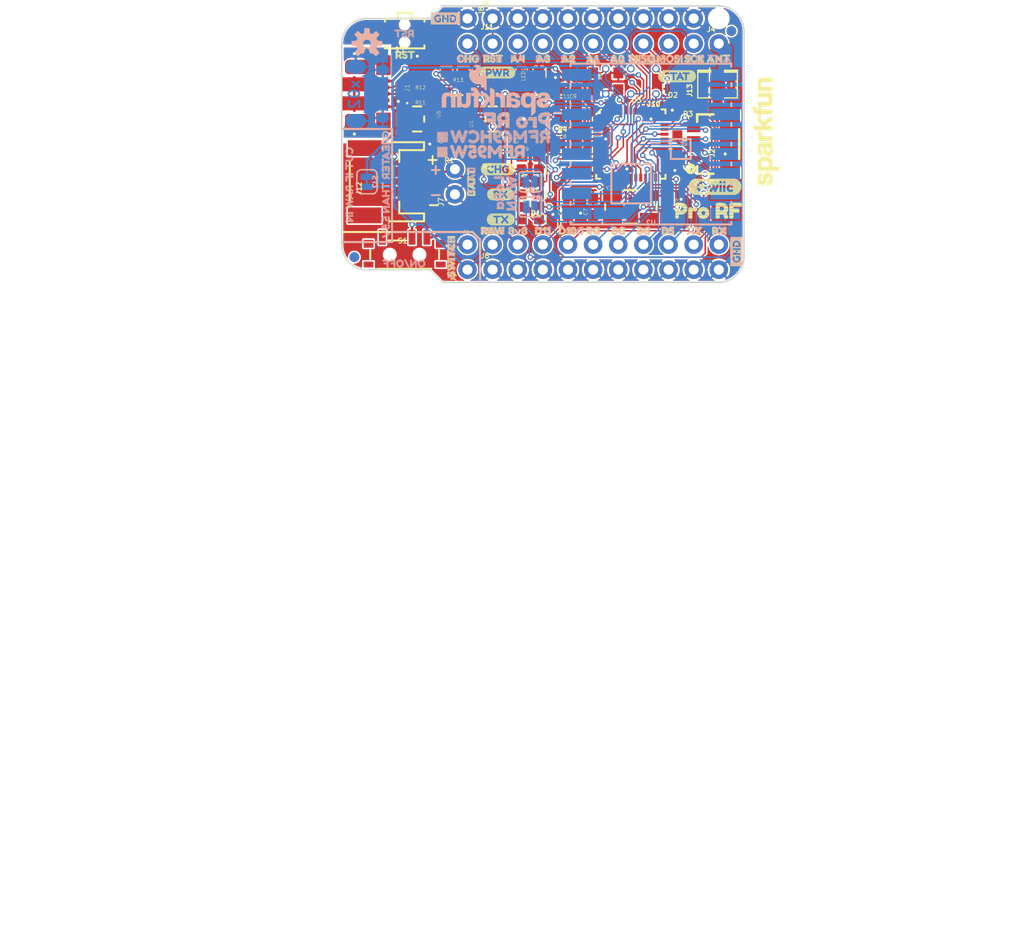
<source format=kicad_pcb>
(kicad_pcb (version 20211014) (generator pcbnew)
  (layers (0 "F.Cu" signal) (31 "B.Cu" signal) (34 "B.Paste" user) (35 "F.Paste" user) (36 "B.SilkS" user "B.Silkscreen") (37 "F.SilkS" user "F.Silkscreen") (38 "B.Mask" user) (39 "F.Mask" user) (44 "Edge.Cuts" user))
  (net 0 "")
  (net 1 "GND")
  (net 2 "MISO")
  (net 3 "D5")
  (net 4 "D6")
  (net 5 "D8")
  (net 6 "D10")
  (net 7 "A0")
  (net 8 "A1")
  (net 9 "A2")
  (net 10 "A3")
  (net 11 "A4")
  (net 12 "D9")
  (net 13 "AREF")
  (net 14 "VBATT")
  (net 15 "CHARGE_STAT")
  (net 16 "UCAP")
  (net 17 "D-")
  (net 18 "D+")
  (net 19 "D11")
  (net 20 "RXLED")
  (net 21 "TXLED")
  (net 22 "N$20")
  (net 23 "USB_VCC")
  (net 24 "3.3V")
  (net 25 "N$5")
  (net 26 "N$9")
  (net 27 "N$11")
  (net 28 "N$8")
  (net 29 "N$38")
  (net 30 "RAW")
  (net 31 "ANT")
  (net 32 "RFM_RST")
  (net 33 "SCK")
  (net 34 "MOSI")
  (net 35 "~{RST}")
  (net 36 "N$1")
  (net 37 "N$2")
  (net 38 "SDA")
  (net 39 "SCL")
  (net 40 "RXI")
  (net 41 "TXO")
  (net 42 "VBATT_LVL")
  (net 43 "RFM_INT")
  (net 44 "STAT")
  (net 45 "~{CS}")
  (net 46 "N$3")
  (net 47 "SHLD")
  (net 48 "RFM_IO1")
  (net 49 "RFM_IO2")
  (net 50 "N$4")
  (net 51 "N$6")
  (footprint "eagleBoard:USB-MICROB-PTH-MILL" (layer "F.Cu") (at 132.1181 99.9236 -90)
    (fp_text reference "J1")
    (fp_text value "")
  )
  (footprint "eagleBoard:1X02_NO_SILK" (layer "F.Cu") (at 139.6111 110.0836 90)
    (fp_text reference "J7")
    (fp_text value "PTH")
  )
  (footprint "eagleBoard:QFN-44-NOPAD" (layer "F.Cu") (at 157.3911 105.0036)
    (fp_text reference "U3")
    (fp_text value "32U4")
  )
  (footprint "eagleBoard:RST2" (layer "F.Cu") (at 132.8801 95.9866)
    (fp_text reference "U$28" hide)
    (fp_text value "" hide)
  )
  (footprint "eagleBoard:D90" (layer "F.Cu") (at 152.1841 113.7666)
    (fp_text reference "U$15" hide)
    (fp_text value "" hide)
  )
  (footprint "eagleBoard:CRYSTAL-SMD-5X3.2-4PAD" (layer "F.Cu") (at 157.3911 111.3536)
    (fp_text reference "Y2")
    (fp_text value "8MHz")
  )
  (footprint "eagleBoard:QWIIC-()-04" (layer "F.Cu") (at 163.1061 109.3216)
    (fp_text reference "U$66" hide)
    (fp_text value "" hide)
  )
  (footprint "eagleBoard:LED-0603" (layer "F.Cu") (at 147.2311 110.0836)
    (fp_text reference "D6")
    (fp_text value "Yellow")
  )
  (footprint "eagleBoard:0603" (layer "F.Cu") (at 151.0411 102.4636 180)
    (fp_text reference "R4")
    (fp_text value "10k")
  )
  (footprint "eagleBoard:0603" (layer "F.Cu") (at 151.0411 111.3536 90)
    (fp_text reference "C14")
    (fp_text value "0.1uF")
  )
  (footprint "eagleBoard:0603" (layer "F.Cu") (at 153.5811 98.6536 -90)
    (fp_text reference "R6")
    (fp_text value "10k")
  )
  (footprint "eagleBoard:0603" (layer "F.Cu") (at 139.6111 105.8926 180)
    (fp_text reference "R1")
    (fp_text value "10k")
  )
  (footprint "eagleBoard:1X10_NO_SILK" (layer "F.Cu") (at 143.4211 117.7036)
    (fp_text reference "J6")
    (fp_text value "")
  )
  (footprint "eagleBoard:LED-0603" (layer "F.Cu") (at 147.2311 112.6236)
    (fp_text reference "D1")
    (fp_text value "Green")
  )
  (footprint "eagleBoard:1X01_NO_SILK" (layer "F.Cu") (at 166.2811 94.8436)
    (fp_text reference "J4")
    (fp_text value "")
  )
  (footprint "eagleBoard:0603" (layer "F.Cu") (at 135.8011 100.0506 180)
    (fp_text reference "R11")
    (fp_text value "22")
  )
  (footprint "eagleBoard:LED-0603" (layer "F.Cu") (at 147.2311 97.7646)
    (fp_text reference "LED1")
    (fp_text value "RED")
  )
  (footprint "eagleBoard:RX7" (layer "F.Cu") (at 142.7861 110.0836)
    (fp_text reference "U$72" hide)
    (fp_text value "" hide)
  )
  (footprint "eagleBoard:TACTILE_SWITCH_SMD_RIGHT_ANGLE" (layer "F.Cu") (at 134.5311 93.8276 180)
    (fp_text reference "S3")
    (fp_text value "")
  )
  (footprint "eagleBoard:SFE_LOGO_NAME_.1" (layer "F.Cu") (at 173.0121 109.7026 90)
    (fp_text reference "LOGO2" hide)
    (fp_text value "SFE_LOGO_NAME.1_INCH" hide)
  )
  (footprint "eagleBoard:0603" (layer "F.Cu") (at 139.6111 97.7646 180)
    (fp_text reference "R13")
    (fp_text value "1k")
  )
  (footprint "eagleBoard:BATT25" (layer "F.Cu") (at 141.2621 110.9726 90)
    (fp_text reference "U$29" hide)
    (fp_text value "" hide)
  )
  (footprint "eagleBoard:LED-0603" (layer "F.Cu") (at 162.2171 99.4156 180)
    (fp_text reference "D2")
    (fp_text value "BLUE")
  )
  (footprint "eagleBoard:ANT11" (layer "F.Cu") (at 164.3761 96.3676)
    (fp_text reference "U$11" hide)
    (fp_text value "" hide)
  )
  (footprint "eagleBoard:D615" (layer "F.Cu") (at 157.2641 113.7666)
    (fp_text reference "U$18" hide)
    (fp_text value "" hide)
  )
  (footprint "eagleBoard:1X09_NO_SILK" (layer "F.Cu") (at 143.4211 94.8436)
    (fp_text reference "J11")
    (fp_text value "")
  )
  (footprint "eagleBoard:1X04_1MM_RA" (layer "F.Cu") (at 163.7411 105.0036 90)
    (fp_text reference "J2")
    (fp_text value "")
  )
  (footprint "eagleBoard:0603" (layer "F.Cu") (at 162.0901 105.0036 -90)
    (fp_text reference "C12")
    (fp_text value "1.0uF")
  )
  (footprint "eagleBoard:RX2" (layer "F.Cu") (at 164.8841 113.7666)
    (fp_text reference "U$73" hide)
    (fp_text value "" hide)
  )
  (footprint "eagleBoard:0603" (layer "F.Cu") (at 147.2311 106.2736)
    (fp_text reference "R9")
    (fp_text value "1k")
  )
  (footprint "eagleBoard:0603" (layer "F.Cu") (at 163.7411 101.1936 180)
    (fp_text reference "R3")
    (fp_text value "1k")
  )
  (footprint "eagleBoard:1X09_NO_SILK" (layer "F.Cu") (at 143.4211 92.3036)
    (fp_text reference "J5")
    (fp_text value "")
  )
  (footprint "eagleBoard:D100" (layer "F.Cu") (at 149.3901 113.7666)
    (fp_text reference "U$68" hide)
    (fp_text value "" hide)
  )
  (footprint "eagleBoard:CHG1" (layer "F.Cu") (at 142.1511 107.5436)
    (fp_text reference "U$65" hide)
    (fp_text value "" hide)
  )
  (footprint "eagleBoard:ORDERING_INSTRUCTIONS" (layer "F.Cu") (at 93.8911 135.4836)
    (fp_text reference "U$26" hide)
    (fp_text value "SPECIAL_INSTRUCTIONS-ORDERING" hide)
  )
  (footprint "eagleBoard:0603" (layer "F.Cu") (at 153.5811 111.3536 90)
    (fp_text reference "C7")
    (fp_text value "22pF")
  )
  (footprint "eagleBoard:FIDUCIAL-1X2" (layer "F.Cu") (at 167.5511 93.5736)
    (fp_text reference "FD4" hide)
    (fp_text value "FIDUCIAL1X2" hide)
  )
  (footprint "eagleBoard:GND0" (layer "F.Cu") (at 168.0591 117.7036 90)
    (fp_text reference "U$62" hide)
    (fp_text value "" hide)
  )
  (footprint "eagleBoard:U.FL" (layer "F.Cu") (at 166.1541 99.0346 90)
    (fp_text reference "J13")
    (fp_text value "U.FL")
  )
  (footprint "eagleBoard:PRO_RF0" (layer "F.Cu") (at 160.4391 111.7346)
    (fp_text reference "U$1" hide)
    (fp_text value "" hide)
  )
  (footprint "eagleBoard:A16" (layer "F.Cu") (at 152.1841 96.3676)
    (fp_text reference "U$6" hide)
    (fp_text value "" hide)
  )
  (footprint "eagleBoard:A07" (layer "F.Cu") (at 154.5971 96.3676)
    (fp_text reference "U$7" hide)
    (fp_text value "" hide)
  )
  (footprint "eagleBoard:SWITCH23" (layer "F.Cu") (at 139.2301 119.1006 90)
    (fp_text reference "U$27" hide)
    (fp_text value "" hide)
  )
  (footprint "eagleBoard:3V320" (layer "F.Cu") (at 144.3101 113.7666)
    (fp_text reference "U$23" hide)
    (fp_text value "" hide)
  )
  (footprint "eagleBoard:TX3" (layer "F.Cu") (at 162.3441 113.7666)
    (fp_text reference "U$69" hide)
    (fp_text value "" hide)
  )
  (footprint "eagleBoard:JST-2-SMD" (layer "F.Cu") (at 131.9911 108.8136 90)
    (fp_text reference "J12")
    (fp_text value "JST")
  )
  (footprint "eagleBoard:0603" (layer "F.Cu") (at 151.0411 105.0036)
    (fp_text reference "C8")
    (fp_text value "1.0uF")
  )
  (footprint "eagleBoard:0603" (layer "F.Cu") (at 151.0411 99.4156 180)
    (fp_text reference "C9")
    (fp_text value "4.7uF")
  )
  (footprint "eagleBoard:CHG1" (layer "F.Cu") (at 139.1031 96.3676)
    (fp_text reference "U$14" hide)
    (fp_text value "" hide)
  )
  (footprint "eagleBoard:0603" (layer "F.Cu") (at 143.4211 105.0036)
    (fp_text reference "R5")
    (fp_text value "2.0k")
  )
  (footprint "eagleBoard:0603" (layer "F.Cu") (at 161.2011 111.3536 -90)
    (fp_text reference "C5")
    (fp_text value "22pF")
  )
  (footprint "eagleBoard:A34" (layer "F.Cu") (at 147.1041 96.3676)
    (fp_text reference "U$4" hide)
    (fp_text value "" hide)
  )
  (footprint "eagleBoard:2X3_TEST_POINTS" (layer "F.Cu") (at 157.3911 98.6536 180)
    (fp_text reference "J10")
    (fp_text value "AVR_SPI_PROG_3X2TESTPOINTS")
  )
  (footprint "eagleBoard:RST2" (layer "F.Cu") (at 141.7701 96.3676)
    (fp_text reference "U$13" hide)
    (fp_text value "" hide)
  )
  (footprint "eagleBoard:TX6" (layer "F.Cu") (at 142.7861 112.6236)
    (fp_text reference "U$70" hide)
    (fp_text value "" hide)
  )
  (footprint "eagleBoard:0603" (layer "F.Cu") (at 143.4211 106.5276 180)
    (fp_text reference "R2")
    (fp_text value "10k")
  )
  (footprint "eagleBoard:MOSI9" (layer "F.Cu") (at 159.2961 96.3676)
    (fp_text reference "U$9" hide)
    (fp_text value "" hide)
  )
  (footprint "eagleBoard:REVISION" (layer "F.Cu") (at 125.6411 134.2136)
    (fp_text reference "LOGO1" hide)
    (fp_text value "REVISION" hide)
  )
  (footprint "eagleBoard:STAT5" (layer "F.Cu") (at 160.0581 98.1456)
    (fp_text reference "U$71" hide)
    (fp_text value "" hide)
  )
  (footprint "eagleBoard:0603" (layer "F.Cu") (at 135.8011 98.5266 180)
    (fp_text reference "R12")
    (fp_text value "22")
  )
  (footprint "eagleBoard:0603" (layer "F.Cu") (at 147.2311 108.8136 180)
    (fp_text reference "R10")
    (fp_text value "1k")
  )
  (footprint "eagleBoard:1X02_NO_SILK" (layer "F.Cu") (at 140.8811 117.7036 90)
    (fp_text reference "J9")
    (fp_text value "External On/Off")
  )
  (footprint "eagleBoard:1206" (layer "F.Cu") (at 139.6111 112.6236 180)
    (fp_text reference "F1")
    (fp_text value "6V/0.5A")
  )
  (footprint "eagleBoard:GND0" (layer "F.Cu") (at 136.8171 92.3036)
    (fp_text reference "U$12" hide)
    (fp_text value "" hide)
  )
  (footprint "eagleBoard:1X10_NO_SILK" (layer "F.Cu") (at 143.4211 115.1636)
    (fp_text reference "J3")
    (fp_text value "")
  )
  (footprint "" (layer "F.Cu") (at 166.2811 92.3036)
    (fp_text reference "@HOLE0" hide)
    (fp_text value "")
  )
  (footprint "eagleBoard:1X02_NO_SILK" (layer "F.Cu") (at 140.8811 92.3036 -90)
    (fp_text reference "J8")
    (fp_text value "")
  )
  (footprint "eagleBoard:0603" (layer "F.Cu") (at 151.0411 100.9396)
    (fp_text reference "C11")
    (fp_text value "0.1uF")
  )
  (footprint "eagleBoard:EIA3216" (layer "F.Cu") (at 139.6111 102.4636 90)
    (fp_text reference "C13")
    (fp_text value "10uF")
  )
  (footprint "eagleBoard:SWITCH_SPST_SMD_A" (layer "F.Cu") (at 134.5311 116.1796 180)
    (fp_text reference "S1")
    (fp_text value "Power")
  )
  (footprint "eagleBoard:EIA3216" (layer "F.Cu") (at 147.2311 102.4636 90)
    (fp_text reference "C1")
    (fp_text value "10uF")
  )
  (footprint "eagleBoard:A25" (layer "F.Cu") (at 149.6441 96.3676)
    (fp_text reference "U$5" hide)
    (fp_text value "" hide)
  )
  (footprint "eagleBoard:MISO8" (layer "F.Cu") (at 156.5021 96.3676)
    (fp_text reference "U$8" hide)
    (fp_text value "" hide)
  )
  (footprint "eagleBoard:LED-0603" (layer "F.Cu") (at 147.2311 107.5436)
    (fp_text reference "D4")
    (fp_text value "Yellow")
  )
  (footprint "eagleBoard:0603" (layer "F.Cu") (at 147.2311 111.3536 180)
    (fp_text reference "R7")
    (fp_text value "1k")
  )
  (footprint "eagleBoard:CREATIVE_COMMONS" (layer "F.Cu") (at 114.2111 131.6736)
    (fp_text reference "FRAME2" hide)
    (fp_text value "FRAME-LEDGER" hide)
  )
  (footprint "eagleBoard:0603" (layer "F.Cu") (at 156.1211 98.6536 -90)
    (fp_text reference "C4")
    (fp_text value "0.1uF")
  )
  (footprint "eagleBoard:PWR-()-03" (layer "F.Cu") (at 142.0241 97.7646)
    (fp_text reference "U$63" hide)
    (fp_text value "" hide)
  )
  (footprint "eagleBoard:SOT23-5" (layer "F.Cu") (at 143.4211 102.4636 90)
    (fp_text reference "U1")
    (fp_text value "MCP73831")
  )
  (footprint "eagleBoard:FIDUCIAL-1X2" (layer "F.Cu") (at 129.4511 116.4336)
    (fp_text reference "FD3" hide)
    (fp_text value "FIDUCIAL1X2" hide)
  )
  (footprint "eagleBoard:RAW21" (layer "F.Cu") (at 141.5161 113.7666)
    (fp_text reference "U$24" hide)
    (fp_text value "" hide)
  )
  (footprint "eagleBoard:SCK10" (layer "F.Cu") (at 162.0901 96.3676)
    (fp_text reference "U$10" hide)
    (fp_text value "" hide)
  )
  (footprint "eagleBoard:SOT23-5" (layer "F.Cu") (at 135.8011 102.4636 -90)
    (fp_text reference "U6")
    (fp_text value "3.3V")
  )
  (footprint "eagleBoard:A43" (layer "F.Cu") (at 144.5641 96.3676)
    (fp_text reference "U$3" hide)
    (fp_text value "" hide)
  )
  (footprint "eagleBoard:D1119" (layer "F.Cu") (at 146.9771 113.7666)
    (fp_text reference "U$22" hide)
    (fp_text value "" hide)
  )
  (footprint "eagleBoard:D514" (layer "F.Cu") (at 159.8041 113.7666)
    (fp_text reference "U$55" hide)
    (fp_text value "" hide)
  )
  (footprint "eagleBoard:D817" (layer "F.Cu") (at 154.7241 113.7666)
    (fp_text reference "U$20" hide)
    (fp_text value "" hide)
  )
  (footprint "eagleBoard:RST2" (layer "B.Cu") (at 136.1821 93.8276 180)
    (fp_text reference "U$36" hide)
    (fp_text value "" hide)
  )
  (footprint "eagleBoard:3V320" (layer "B.Cu") (at 147.6121 113.7666 180)
    (fp_text reference "U$53" hide)
    (fp_text value "" hide)
  )
  (footprint "eagleBoard:FIDUCIAL-1X2" (layer "B.Cu") (at 129.4511 116.4336 180)
    (fp_text reference "FD1" hide)
    (fp_text value "FIDUCIAL1X2" hide)
  )
  (footprint "eagleBoard:A34" (layer "B.Cu") (at 149.8981 96.3676 180)
    (fp_text reference "U$43" hide)
    (fp_text value "" hide)
  )
  (footprint "eagleBoard:ON#OFF0" (layer "B.Cu") (at 137.3251 117.0686 180)
    (fp_text reference "U$39" hide)
    (fp_text value "" hide)
  )
  (footprint "eagleBoard:SWITCH23" (layer "B.Cu") (at 139.2301 113.7666 -90)
    (fp_text reference "U$37" hide)
    (fp_text value "" hide)
  )
  (footprint "eagleBoard:GND0" (layer "B.Cu") (at 140.5001 92.3036 180)
    (fp_text reference "U$38" hide)
    (fp_text value "" hide)
  )
  (footprint "eagleBoard:OSHW-LOGO-S" (layer "B.Cu") (at 130.7211 94.8436 180)
    (fp_text reference "U$51" hide)
    (fp_text value "" hide)
  )
  (footprint "eagleBoard:A25" (layer "B.Cu") (at 152.4381 96.3676 180)
    (fp_text reference "U$44" hide)
    (fp_text value "" hide)
  )
  (footprint "eagleBoard:RFM95W#0" (layer "B.Cu") (at 147.8661 105.7656 180)
    (fp_text reference "U$60" hide)
    (fp_text value "" hide)
  )
  (footprint "eagleBoard:PRO_RF0" (layer "B.Cu") (at 150.6601 102.5906 180)
    (fp_text reference "U$31" hide)
    (fp_text value "" hide)
  )
  (footprint "eagleBoard:RAW21" (layer "B.Cu") (at 145.3261 113.7666 180)
    (fp_text reference "U$52" hide)
    (fp_text value "" hide)
  )
  (footprint "eagleBoard:D615" (layer "B.Cu") (at 160.0581 113.7666 180)
    (fp_text reference "U$58" hide)
    (fp_text value "" hide)
  )
  (footprint "eagleBoard:GND0" (layer "B.Cu") (at 168.0591 114.0206 -90)
    (fp_text reference "U$17" hide)
    (fp_text value "" hide)
  )
  (footprint "eagleBoard:SCK10" (layer "B.Cu") (at 165.5191 96.3676 180)
    (fp_text reference "U$49" hide)
    (fp_text value "" hide)
  )
  (footprint "eagleBoard:RFM69HCW#1" (layer "B.Cu") (at 150.4061 104.2416 180)
    (fp_text reference "U$59" hide)
    (fp_text value "" hide)
  )
  (footprint "eagleBoard:D1119" (layer "B.Cu") (at 150.0251 113.7666 180)
    (fp_text reference "U$54" hide)
    (fp_text value "" hide)
  )
  (footprint "eagleBoard:A16" (layer "B.Cu") (at 154.9781 96.3676 180)
    (fp_text reference "U$45" hide)
    (fp_text value "" hide)
  )
  (footprint "eagleBoard:LORA0" (layer "B.Cu") (at 144.0561 107.2896 -90)
    (fp_text reference "U$25" hide)
    (fp_text value "" hide)
  )
  (footprint "eagleBoard:ANT11" (layer "B.Cu") (at 168.1861 96.3676 180)
    (fp_text reference "U$50" hide)
    (fp_text value "" hide)
  )
  (footprint "eagleBoard:MISO8" (layer "B.Cu") (at 160.5661 96.3676 180)
    (fp_text reference "U$47" hide)
    (fp_text value "" hide)
  )
  (footprint "eagleBoard:SMT-JUMPER_2_NC_TRACE_SILK" (layer "B.Cu") (at 130.7211 108.8136 90)
    (fp_text reference "SJ2")
    (fp_text value "USB Power")
  )
  (footprint "eagleBoard:D514" (layer "B.Cu") (at 162.4711 113.7666 180)
    (fp_text reference "U$74" hide)
    (fp_text value "" hide)
  )
  (footprint "eagleBoard:CUT_IF_RAW_IN0" (layer "B.Cu") (at 128.9431 104.6226 -90)
    (fp_text reference "U$33" hide)
    (fp_text value "" hide)
  )
  (footprint "eagleBoard:TX3" (layer "B.Cu") (at 165.2651 113.7666 180)
    (fp_text reference "U$57" hide)
    (fp_text value "" hide)
  )
  (footprint "eagleBoard:WAN1" (layer "B.Cu") (at 145.3261 107.2896 -90)
    (fp_text reference "U$35" hide)
    (fp_text value "" hide)
  )
  (footprint "eagleBoard:CHG1" (layer "B.Cu") (at 142.7861 96.3676 180)
    (fp_text reference "U$40" hide)
    (fp_text value "" hide)
  )
  (footprint "eagleBoard:D90" (layer "B.Cu") (at 154.9781 113.7666 180)
    (fp_text reference "U$16" hide)
    (fp_text value "" hide)
  )
  (footprint "eagleBoard:SMT-JUMPER_2_NO_SILK" (layer "B.Cu") (at 147.2311 111.3536 180)
    (fp_text reference "JP2")
    (fp_text value "")
  )
  (footprint "eagleBoard:D817" (layer "B.Cu") (at 157.5181 113.7666 180)
    (fp_text reference "U$56" hide)
    (fp_text value "" hide)
  )
  (footprint "eagleBoard:RX2" (layer "B.Cu") (at 167.8051 113.7666 180)
    (fp_text reference "U$19" hide)
    (fp_text value "" hide)
  )
  (footprint "eagleBoard:RFM69HCW-XXXS2" (layer "B.Cu") (at 159.4231 105.0036)
    (fp_text reference "U2")
    (fp_text value "915MHz")
  )
  (footprint "eagleBoard:RST2" (layer "B.Cu") (at 145.0721 96.3676 180)
    (fp_text reference "U$41" hide)
    (fp_text value "" hide)
  )
  (footprint "eagleBoard:D100" (layer "B.Cu") (at 153.3271 113.7666 180)
    (fp_text reference "U$21" hide)
    (fp_text value "" hide)
  )
  (footprint "eagleBoard:FIDUCIAL-1X2" (layer "B.Cu") (at 167.5511 93.5736 180)
    (fp_text reference "FD2" hide)
    (fp_text value "FIDUCIAL1X2" hide)
  )
  (footprint "eagleBoard:GREATER_THAN_5#5V1" (layer "B.Cu") (at 132.6261 102.9716 -90)
    (fp_text reference "U$34" hide)
    (fp_text value "" hide)
  )
  (footprint "eagleBoard:A07" (layer "B.Cu") (at 157.5181 96.3676 180)
    (fp_text reference "U$46" hide)
    (fp_text value "" hide)
  )
  (footprint "eagleBoard:A43" (layer "B.Cu") (at 147.3581 96.3676 180)
    (fp_text reference "U$42" hide)
    (fp_text value "" hide)
  )
  (footprint "eagleBoard:SFE_LOGO_NAME_FLAME_.1" (layer "B.Cu") (at 149.6441 102.2096 180)
    (fp_text reference "LOGO3" hide)
    (fp_text value "SFE_LOGO_NAME_FLAME.1_INCH" hide)
  )
  (footprint "eagleBoard:MOSI9" (layer "B.Cu") (at 163.3601 96.3676 180)
    (fp_text reference "U$48" hide)
    (fp_text value "" hide)
  )
  (footprint "eagleBoard:BATT25" (layer "B.Cu") (at 141.2621 106.6546 -90)
    (fp_text reference "U$32" hide)
    (fp_text value "" hide)
  )
  (footprint "eagleBoard:SMT-JUMPER_2_NO_SILK" (layer "B.Cu") (at 147.2311 108.8136)
    (fp_text reference "JP1")
    (fp_text value "")
  )
  (gr_line (start 141.3891 113.8936) (end 133.2611 113.8936) (layer "B.SilkS") (width 0.2032))
  (gr_line (start 142.1511 118.9736) (end 142.1511 114.6556) (layer "B.SilkS") (width 0.2032))
  (gr_line (start 133.2611 113.8936) (end 133.2611 114.9096) (layer "B.SilkS") (width 0.2032))
  (gr_line (start 133.2611 103.4796) (end 133.2611 113.8936) (layer "B.SilkS") (width 0.2032))
  (gr_line (start 142.1511 114.6556) (end 141.3891 113.8936) (layer "B.SilkS") (width 0.2032))
  (gr_line (start 128.1811 103.4796) (end 133.2611 103.4796) (layer "B.SilkS") (width 0.2032))
  (gr_line (start 133.2611 114.9096) (end 128.1811 114.9096) (layer "B.SilkS") (width 0.2032))
  (gr_line (start 141.3891 113.8936) (end 128.3081 113.8936) (layer "F.SilkS") (width 0.2032))
  (gr_line (start 142.1511 114.6556) (end 142.1511 118.9736) (layer "F.SilkS") (width 0.2032))
  (gr_line (start 141.3891 113.8936) (end 142.1511 114.6556) (layer "F.SilkS") (width 0.2032))
  (gr_line (start 137.0711 92.3036) (end 130.7211 92.3036) (layer "Edge.Cuts") (width 0.1524))
  (gr_arc (start 128.1811 94.8436) (mid 128.925049 93.047549) (end 130.7211 92.3036) (layer "Edge.Cuts") (width 0.1524))
  (gr_line (start 168.8211 116.4336) (end 168.8211 93.5736) (layer "Edge.Cuts") (width 0.1524))
  (gr_arc (start 130.7211 117.7036) (mid 128.925049 116.959651) (end 128.1811 115.1636) (layer "Edge.Cuts") (width 0.1524))
  (gr_line (start 128.1811 94.8436) (end 128.1811 115.1636) (layer "Edge.Cuts") (width 0.1524))
  (gr_line (start 166.2811 91.0336) (end 138.3411 91.0336) (layer "Edge.Cuts") (width 0.1524))
  (gr_line (start 130.7211 117.7036) (end 137.0711 117.7036) (layer "Edge.Cuts") (width 0.1524))
  (gr_line (start 138.3411 91.0336) (end 137.0711 92.3036) (layer "Edge.Cuts") (width 0.1524))
  (gr_arc (start 166.2811 91.0336) (mid 168.077151 91.777549) (end 168.8211 93.5736) (layer "Edge.Cuts") (width 0.1524))
  (gr_arc (start 168.8211 116.4336) (mid 168.077151 118.229651) (end 166.2811 118.9736) (layer "Edge.Cuts") (width 0.1524))
  (gr_line (start 137.0711 117.7036) (end 138.3411 118.9736) (layer "Edge.Cuts") (width 0.1524))
  (gr_line (start 138.3411 118.9736) (end 166.2811 118.9736) (layer "Edge.Cuts") (width 0.1524))
  (gr_text "x02" (at 130.0861 98.3996 -270) (layer "B.Cu") (effects (font (size 1.0795 1.0795) (thickness 0.1905)) (justify left bottom mirror)))
  (gr_text "+" (at 138.4681 108.1786) (layer "B.SilkS") (effects (font (size 1.0795 1.0795) (thickness 0.1905)) (justify left bottom mirror)))
  (gr_text "-" (at 138.4681 110.7186) (layer "B.SilkS") (effects (font (size 1.0795 1.0795) (thickness 0.1905)) (justify left bottom mirror)))
  (gr_text "+" (at 136.5631 107.1626) (layer "F.SilkS") (effects (font (size 1.0795 1.0795) (thickness 0.1905)) (justify left bottom)))
  (gr_text "-" (at 136.6901 111.7346) (layer "F.SilkS") (effects (font (size 1.0795 1.0795) (thickness 0.1905)) (justify left bottom)))
  (segment (start 159.3911 101.6036) (end 159.3911 102.4316) (width 0.1524) (layer "F.Cu") (net 1))
  (segment (start 161.2011 107.5036) (end 161.6691 107.5036) (width 0.254) (layer "F.Cu") (net 1))
  (segment (start 154.8431 104.5036) (end 154.8511 104.4956) (width 0.1524) (layer "F.Cu") (net 1))
  (segment (start 153.9911 104.5036) (end 154.8431 104.5036) (width 0.1524) (layer "F.Cu") (net 1))
  (segment (start 156.3911 107.9086) (end 156.7797 107.52) (width 0.1524) (layer "F.Cu") (net 1))
  (segment (start 156.3911 108.4036) (end 156.3911 107.9086) (width 0.1524) (layer "F.Cu") (net 1))
  (segment (start 160.7911 107.5036) (end 161.2011 107.5036) (width 0.254) (layer "F.Cu") (net 1))
  (segment (start 156.7797 107.52) (end 156.9912 107.52) (width 0.1524) (layer "F.Cu") (net 1))
  (segment (start 132.1181 101.2236) (end 133.3581 101.2236) (width 0.254) (layer "F.Cu") (net 1))
  (segment (start 159.3911 102.4316) (end 159.4231 102.4636) (width 0.1524) (layer "F.Cu") (net 1))
  (segment (start 155.3911 100.4636) (end 154.8511 99.9236) (width 0.2032) (layer "F.Cu") (net 1))
  (segment (start 133.3581 101.2236) (end 133.8961 100.6856) (width 0.254) (layer "F.Cu") (net 1))
  (segment (start 163.7411 106.5036) (end 162.7401 106.5036) (width 0.254) (layer "F.Cu") (net 1))
  (segment (start 161.6691 107.5036) (end 161.8361 107.6706) (width 0.254) (layer "F.Cu") (net 1))
  (segment (start 155.3911 101.6036) (end 155.3911 100.4636) (width 0.2032) (layer "F.Cu") (net 1))
  (segment (start 162.7401 106.5036) (end 162.0901 105.8536) (width 0.254) (layer "F.Cu") (net 1))
  (via (at 161.5821 101.5746) (size 0.5588) (drill 0.3048) (layers "F.Cu" "B.Cu") (net 1))
  (via (at 149.7711 98.2726) (size 0.5588) (drill 0.3048) (layers "F.Cu" "B.Cu") (net 1))
  (via (at 152.3111 111.9886) (size 0.5588) (drill 0.3048) (layers "F.Cu" "B.Cu") (net 1))
  (via (at 154.2161 101.8286) (size 0.5588) (drill 0.3048) (layers "F.Cu" "B.Cu") (net 1))
  (via (at 146.5961 102.4636) (size 0.5588) (drill 0.3048) (layers "F.Cu" "B.Cu") (net 1))
  (via (at 154.8511 104.4956) (size 0.5588) (drill 0.3048) (layers "F.Cu" "B.Cu") (net 1))
  (via (at 162.4711 110.5916) (size 0.5588) (drill 0.3048) (layers "F.Cu" "B.Cu") (net 1))
  (via (at 159.4231 102.4636) (size 0.5588) (drill 0.3048) (layers "F.Cu" "B.Cu") (net 1))
  (via (at 135.8011 96.1136) (size 0.5588) (drill 0.3048) (layers "F.Cu" "B.Cu") (net 1))
  (via (at 163.9951 107.9246) (size 0.5588) (drill 0.3048) (layers "F.Cu" "B.Cu") (net 1))
  (via (at 149.5171 112.1156) (size 0.5588) (drill 0.3048) (layers "F.Cu" "B.Cu") (net 1))
  (via (at 133.8961 100.6856) (size 0.5588) (drill 0.3048) (layers "F.Cu" "B.Cu") (net 1))
  (via (at 137.0711 105.0036) (size 0.5588) (drill 0.3048) (layers "F.Cu" "B.Cu") (net 1))
  (via (at 156.9912 107.52) (size 0.5588) (drill 0.3048) (layers "F.Cu" "B.Cu") (net 1))
  (via (at 161.8361 107.6706) (size 0.5588) (drill 0.3048) (layers "F.Cu" "B.Cu") (net 1))
  (segment (start 159.9311 96.1136) (end 159.9311 97.3836) (width 0.1524) (layer "F.Cu") (net 2))
  (segment (start 159.9311 97.3836) (end 160.9471 98.3996) (width 0.1524) (layer "F.Cu") (net 2))
  (segment (start 154.9781 107.5436) (end 154.9381 107.5036) (width 0.1524) (layer "F.Cu") (net 2))
  (segment (start 158.6611 94.8436) (end 159.9311 96.1136) (width 0.1524) (layer "F.Cu") (net 2))
  (segment (start 154.9381 107.5036) (end 153.9911 107.5036) (width 0.1524) (layer "F.Cu") (net 2))
  (segment (start 160.9471 98.3996) (end 161.0741 98.3996) (width 0.1524) (layer "F.Cu") (net 2))
  (via (at 154.9781 107.5436) (size 0.5588) (drill 0.3048) (layers "F.Cu" "B.Cu") (net 2))
  (via (at 161.0741 98.3996) (size 0.5588) (drill 0.3048) (layers "F.Cu" "B.Cu") (net 2))
  (segment (start 157.5246 107.0356) (end 157.5246 104.8701) (width 0.1524) (layer "B.Cu") (net 2))
  (segment (start 155.959256 107.5436) (end 156.516256 106.9866) (width 0.1524) (layer "B.Cu") (net 2))
  (segment (start 158.2801 100.8634) (end 160.320387 100.8634) (width 0.1524) (layer "B.Cu") (net 2))
  (segment (start 151.9231 110.0036) (end 156.5821 110.0036) (width 0.1524) (layer "B.Cu") (net 2))
  (segment (start 157.5689 104.8258) (end 157.5689 103.144438) (width 0.1524) (layer "B.Cu") (net 2))
  (segment (start 157.5246 104.8701) (end 157.5689 104.8258) (width 0.1524) (layer "B.Cu") (net 2))
  (segment (start 157.6959 101.4476) (end 158.2801 100.8634) (width 0.1524) (layer "B.Cu") (net 2))
  (segment (start 157.5689 103.144438) (end 157.6959 103.017438) (width 0.1524) (layer "B.Cu") (net 2))
  (segment (start 154.9781 107.5436) (end 155.959256 107.5436) (width 0.1524) (layer "B.Cu") (net 2))
  (segment (start 157.5246 107.740944) (end 157.5246 107.0356) (width 0.1524) (layer "B.Cu") (net 2))
  (segment (start 157.4756 106.9866) (end 157.5246 107.0356) (width 0.1524) (layer "B.Cu") (net 2))
  (segment (start 160.320387 100.8634) (end 161.0741 100.109688) (width 0.1524) (layer "B.Cu") (net 2))
  (segment (start 157.5181 107.747444) (end 157.5246 107.740944) (width 0.1524) (layer "B.Cu") (net 2))
  (segment (start 157.5181 109.0676) (end 157.5181 107.747444) (width 0.1524) (layer "B.Cu") (net 2))
  (segment (start 161.0741 100.109688) (end 161.0741 98.3996) (width 0.1524) (layer "B.Cu") (net 2))
  (segment (start 156.5821 110.0036) (end 157.5181 109.0676) (width 0.1524) (layer "B.Cu") (net 2))
  (segment (start 156.516256 106.9866) (end 157.4756 106.9866) (width 0.1524) (layer "B.Cu") (net 2))
  (segment (start 157.6959 103.017438) (end 157.6959 101.4476) (width 0.1524) (layer "B.Cu") (net 2))
  (segment (start 165.349768 108.0516) (end 165.5699 107.831469) (width 0.1524) (layer "F.Cu") (net 3))
  (segment (start 165.5699 107.831469) (end 165.5699 103.445732) (width 0.1524) (layer "F.Cu") (net 3))
  (segment (start 161.895412 102.975) (end 161.366812 103.5036) (width 0.1524) (layer "F.Cu") (net 3))
  (segment (start 164.8841 108.0516) (end 165.349768 108.0516) (width 0.1524) (layer "F.Cu") (net 3))
  (segment (start 161.366812 103.5036) (end 160.7911 103.5036) (width 0.1524) (layer "F.Cu") (net 3))
  (segment (start 165.099168 102.975) (end 161.895412 102.975) (width 0.1524) (layer "F.Cu") (net 3))
  (segment (start 165.5699 103.445732) (end 165.099168 102.975) (width 0.1524) (layer "F.Cu") (net 3))
  (via (at 164.8841 108.0516) (size 0.5588) (drill 0.3048) (layers "F.Cu" "B.Cu") (net 3))
  (segment (start 164.6301 108.0516) (end 164.8841 108.0516) (width 0.1524) (layer "B.Cu") (net 3))
  (segment (start 163.1315 113.2332) (end 161.2011 115.1636) (width 0.1524) (layer "B.Cu") (net 3))
  (segment (start 163.1315 109.5502) (end 164.6301 108.0516) (width 0.1524) (layer "B.Cu") (net 3))
  (segment (start 163.1315 113.2332) (end 163.1315 109.5502) (width 0.1524) (layer "B.Cu") (net 3))
  (segment (start 159.5275 105.6612) (end 159.5275 105.8926) (width 0.1524) (layer "F.Cu") (net 4))
  (segment (start 160.7911 105.5036) (end 159.6851 105.5036) (width 0.1524) (layer "F.Cu") (net 4))
  (segment (start 159.6851 105.5036) (end 159.5275 105.6612) (width 0.1524) (layer "F.Cu") (net 4))
  (via (at 159.5275 105.8926) (size 0.5588) (drill 0.3048) (layers "F.Cu" "B.Cu") (net 4))
  (segment (start 158.6611 115.1636) (end 160.1851 113.6396) (width 0.1524) (layer "B.Cu") (net 4))
  (segment (start 160.1851 113.6396) (end 160.1851 106.5276) (width 0.1524) (layer "B.Cu") (net 4))
  (segment (start 160.1851 106.5276) (end 159.5501 105.8926) (width 0.1524) (layer "B.Cu") (net 4))
  (segment (start 159.5501 105.8926) (end 159.5275 105.8926) (width 0.1524) (layer "B.Cu") (net 4))
  (segment (start 159.478825 105.0036) (end 160.7911 105.0036) (width 0.1524) (layer "F.Cu") (net 5))
  (segment (start 158.5877 105.894725) (end 159.478825 105.0036) (width 0.1524) (layer "F.Cu") (net 5))
  (segment (start 158.5877 106.1466) (end 158.5877 105.894725) (width 0.1524) (layer "F.Cu") (net 5))
  (via (at 158.5877 106.1466) (size 0.5588) (drill 0.3048) (layers "F.Cu" "B.Cu") (net 5))
  (segment (start 159.9057 111.3282) (end 159.9057 107.087144) (width 0.1524) (layer "B.Cu") (net 5))
  (segment (start 158.5877 106.1466) (end 159.0449 106.6038) (width 0.1524) (layer "B.Cu") (net 5))
  (segment (start 159.0449 106.6038) (end 159.422356 106.6038) (width 0.1524) (layer "B.Cu") (net 5))
  (segment (start 156.1211 115.1636) (end 159.9311 111.3536) (width 0.1524) (layer "B.Cu") (net 5))
  (segment (start 159.9057 107.087144) (end 159.422356 106.6038) (width 0.1524) (layer "B.Cu") (net 5))
  (segment (start 159.9311 111.3536) (end 159.9057 111.3282) (width 0.1524) (layer "B.Cu") (net 5))
  (segment (start 163.262643 102.6702) (end 165.225425 102.6702) (width 0.1524) (layer "F.Cu") (net 6))
  (segment (start 165.225425 102.6702) (end 165.9001 103.344875) (width 0.1524) (layer "F.Cu") (net 6))
  (segment (start 162.8521 102.3366) (end 162.929043 102.3366) (width 0.1524) (layer "F.Cu") (net 6))
  (segment (start 159.8201 104.0036) (end 160.7911 104.0036) (width 0.1524) (layer "F.Cu") (net 6))
  (segment (start 163.4871 113.6396) (end 163.3601 113.7666) (width 0.1524) (layer "F.Cu") (net 6))
  (segment (start 162.929043 102.3366) (end 163.262643 102.6702) (width 0.1524) (layer "F.Cu") (net 6))
  (segment (start 165.9001 107.9657) (end 165.0014 108.8644) (width 0.1524) (layer "F.Cu") (net 6))
  (segment (start 163.3601 113.7666) (end 152.4381 113.7666) (width 0.1524) (layer "F.Cu") (net 6))
  (segment (start 165.9001 103.344875) (end 165.9001 107.9657) (width 0.1524) (layer "F.Cu") (net 6))
  (segment (start 152.4381 113.7666) (end 151.0411 115.1636) (width 0.1524) (layer "F.Cu") (net 6))
  (segment (start 159.8041 103.9876) (end 159.8201 104.0036) (width 0.1524) (layer "F.Cu") (net 6))
  (via (at 159.8041 103.9876) (size 0.5588) (drill 0.3048) (layers "F.Cu" "B.Cu") (net 6))
  (via (at 163.4871 113.6396) (size 0.5588) (drill 0.3048) (layers "F.Cu" "B.Cu") (net 6))
  (via (at 162.8521 102.3366) (size 0.5588) (drill 0.3048) (layers "F.Cu" "B.Cu") (net 6))
  (via (at 165.0014 108.8644) (size 0.5588) (drill 0.3048) (layers "F.Cu" "B.Cu") (net 6))
  (segment (start 158.583465 102.922235) (end 162.266465 102.922235) (width 0.1524) (layer "B.Cu") (net 6))
  (segment (start 147.6375 108.8136) (end 147.6375 110.077813) (width 0.1524) (layer "B.Cu") (net 6))
  (segment (start 165.0014 108.8644) (end 164.4523 108.8644) (width 0.1524) (layer "B.Cu") (net 6))
  (segment (start 162.266465 102.922235) (end 162.8521 102.3366) (width 0.1524) (layer "B.Cu") (net 6))
  (segment (start 163.4871 109.8296) (end 163.4871 113.6396) (width 0.1524) (layer "B.Cu") (net 6))
  (segment (start 158.2801 103.2256) (end 158.583465 102.922235) (width 0.1524) (layer "B.Cu") (net 6))
  (segment (start 158.2801 103.7336) (end 158.2801 103.2256) (width 0.1524) (layer "B.Cu") (net 6))
  (segment (start 158.5341 103.9876) (end 158.2801 103.7336) (width 0.1524) (layer "B.Cu") (net 6))
  (segment (start 159.8041 103.9876) (end 158.5341 103.9876) (width 0.1524) (layer "B.Cu") (net 6))
  (segment (start 147.6375 110.077813) (end 148.1836 110.623913) (width 0.1524) (layer "B.Cu") (net 6))
  (segment (start 148.1836 110.623913) (end 148.1836 112.3061) (width 0.1524) (layer "B.Cu") (net 6))
  (segment (start 164.4523 108.8644) (end 163.4871 109.8296) (width 0.1524) (layer "B.Cu") (net 6))
  (segment (start 148.1836 112.3061) (end 151.0411 115.1636) (width 0.1524) (layer "B.Cu") (net 6))
  (segment (start 159.2961 97.923594) (end 159.2961 100.4316) (width 0.1524) (layer "F.Cu") (net 7))
  (segment (start 158.8911 101.6036) (end 158.8911 100.8366) (width 0.1524) (layer "F.Cu") (net 7))
  (segment (start 156.216106 94.8436) (end 159.2961 97.923594) (width 0.1524) (layer "F.Cu") (net 7))
  (segment (start 156.1211 94.8436) (end 156.216106 94.8436) (width 0.1524) (layer "F.Cu") (net 7))
  (segment (start 158.8911 100.8366) (end 159.2961 100.4316) (width 0.1524) (layer "F.Cu") (net 7))
  (segment (start 157.273131 96.3676) (end 155.1051 96.3676) (width 0.1524) (layer "F.Cu") (net 8))
  (segment (start 155.1051 96.3676) (end 153.5811 94.8436) (width 0.1524) (layer "F.Cu") (net 8))
  (segment (start 158.3911 100.905544) (end 158.9913 100.305344) (width 0.1524) (layer "F.Cu") (net 8))
  (segment (start 158.3911 101.6036) (end 158.3911 100.905544) (width 0.1524) (layer "F.Cu") (net 8))
  (segment (start 158.9913 100.305344) (end 158.9913 98.085769) (width 0.1524) (layer "F.Cu") (net 8))
  (segment (start 158.9913 98.085769) (end 157.273131 96.3676) (width 0.1524) (layer "F.Cu") (net 8))
  (segment (start 158.674543 98.540044) (end 158.1531 98.0186) (width 0.1524) (layer "F.Cu") (net 9))
  (segment (start 158.674543 100.191044) (end 158.674543 98.540044) (width 0.1524) (layer "F.Cu") (net 9))
  (segment (start 157.8911 100.974488) (end 158.674543 100.191044) (width 0.1524) (layer "F.Cu") (net 9))
  (segment (start 157.8911 101.6036) (end 157.8911 100.974488) (width 0.1524) (layer "F.Cu") (net 9))
  (via (at 158.1531 98.0186) (size 0.5588) (drill 0.3048) (layers "F.Cu" "B.Cu") (net 9))
  (segment (start 155.223071 96.1136) (end 152.3111 96.1136) (width 0.1524) (layer "B.Cu") (net 9))
  (segment (start 157.128068 98.0186) (end 155.223071 96.1136) (width 0.1524) (layer "B.Cu") (net 9))
  (segment (start 158.1531 98.0186) (end 157.128068 98.0186) (width 0.1524) (layer "B.Cu") (net 9))
  (segment (start 152.3111 96.1136) (end 151.0411 94.8436) (width 0.1524) (layer "B.Cu") (net 9))
  (segment (start 158.2801 100.0506) (end 158.2801 99.5426) (width 0.1524) (layer "F.Cu") (net 10))
  (segment (start 157.3911 100.9396) (end 158.2801 100.0506) (width 0.1524) (layer "F.Cu") (net 10))
  (segment (start 157.3911 101.6036) (end 157.3911 100.9396) (width 0.1524) (layer "F.Cu") (net 10))
  (segment (start 158.2801 99.5426) (end 157.5181 98.7806) (width 0.1524) (layer "F.Cu") (net 10))
  (via (at 157.5181 98.7806) (size 0.5588) (drill 0.3048) (layers "F.Cu" "B.Cu") (net 10))
  (segment (start 155.1051 96.3676) (end 150.0251 96.3676) (width 0.1524) (layer "B.Cu") (net 10))
  (segment (start 150.0251 96.3676) (end 148.5011 94.8436) (width 0.1524) (layer "B.Cu") (net 10))
  (segment (start 157.5181 98.7806) (end 155.1051 96.3676) (width 0.1524) (layer "B.Cu") (net 10))
  (segment (start 156.8911 101.1792) (end 156.2481 100.5362) (width 0.1524) (layer "F.Cu") (net 11))
  (segment (start 156.8911 101.6036) (end 156.8911 101.1792) (width 0.1524) (layer "F.Cu") (net 11))
  (via (at 156.2481 100.5362) (size 0.5588) (drill 0.3048) (layers "F.Cu" "B.Cu") (net 11))
  (segment (start 146.5961 96.7486) (end 145.9611 96.1136) (width 0.1524) (layer "B.Cu") (net 11))
  (segment (start 145.9611 96.1136) (end 145.9611 94.8436) (width 0.1524) (layer "B.Cu") (net 11))
  (segment (start 156.2481 100.3046) (end 154.3431 98.3996) (width 0.1524) (layer "B.Cu") (net 11))
  (segment (start 156.2481 100.5362) (end 156.2481 100.3046) (width 0.1524) (layer "B.Cu") (net 11))
  (segment (start 154.3431 98.3996) (end 154.3431 98.000313) (width 0.1524) (layer "B.Cu") (net 11))
  (segment (start 153.091387 96.7486) (end 146.5961 96.7486) (width 0.1524) (layer "B.Cu") (net 11))
  (segment (start 154.3431 98.000313) (end 153.091387 96.7486) (width 0.1524) (layer "B.Cu") (net 11))
  (segment (start 158.5369 106.850144) (end 158.0543 106.367544) (width 0.1524) (layer "F.Cu") (net 12))
  (segment (start 158.5369 106.9086) (end 158.5369 106.850144) (width 0.1524) (layer "F.Cu") (net 12))
  (segment (start 160.7911 104.5036) (end 159.365043 104.5036) (width 0.1524) (layer "F.Cu") (net 12))
  (segment (start 158.0543 106.367544) (end 158.0543 105.814344) (width 0.1524) (layer "F.Cu") (net 12))
  (segment (start 158.0543 105.814344) (end 159.365043 104.5036) (width 0.1524) (layer "F.Cu") (net 12))
  (via (at 158.5369 106.9086) (size 0.5588) (drill 0.3048) (layers "F.Cu" "B.Cu") (net 12))
  (segment (start 155.6077 113.137) (end 157.667968 113.137) (width 0.1524) (layer "B.Cu") (net 12))
  (segment (start 159.6009 107.3404) (end 159.1691 106.9086) (width 0.1524) (layer "B.Cu") (net 12))
  (segment (start 157.667968 113.137) (end 159.6009 111.204069) (width 0.1524) (layer "B.Cu") (net 12))
  (segment (start 159.1691 106.9086) (end 158.5369 106.9086) (width 0.1524) (layer "B.Cu") (net 12))
  (segment (start 159.6009 111.204069) (end 159.6009 107.3404) (width 0.1524) (layer "B.Cu") (net 12))
  (segment (start 153.5811 115.1636) (end 155.6077 113.137) (width 0.1524) (layer "B.Cu") (net 12))
  (segment (start 155.6893 100.304732) (end 156.1211 99.872932) (width 0.1524) (layer "F.Cu") (net 13))
  (segment (start 155.6893 100.767669) (end 155.8911 100.969469) (width 0.1524) (layer "F.Cu") (net 13))
  (segment (start 155.8911 101.6036) (end 155.8911 100.969469) (width 0.1524) (layer "F.Cu") (net 13))
  (segment (start 156.1211 99.872932) (end 156.1211 99.5036) (width 0.1524) (layer "F.Cu") (net 13))
  (segment (start 155.6893 100.304732) (end 155.6893 100.767669) (width 0.1524) (layer "F.Cu") (net 13))
  (segment (start 143.4211 102.2096) (end 143.1671 102.4636) (width 0.254) (layer "F.Cu") (net 14))
  (segment (start 144.7212 101.5136) (end 145.6411 101.5136) (width 0.254) (layer "F.Cu") (net 14))
  (segment (start 146.0911 101.0636) (end 147.2311 101.0636) (width 0.254) (layer "F.Cu") (net 14))
  (segment (start 143.4211 101.8286) (end 143.4211 102.2096) (width 0.254) (layer "F.Cu") (net 14))
  (segment (start 139.1031 105.0036) (end 138.7611 105.3456) (width 0.254) (layer "F.Cu") (net 14))
  (segment (start 141.0111 108.9436) (end 139.6111 107.5436) (width 0.254) (layer "F.Cu") (net 14))
  (segment (start 143.1671 102.4636) (end 141.5161 102.4636) (width 0.254) (layer "F.Cu") (net 14))
  (segment (start 135.7071 107.7976) (end 139.3571 107.7976) (width 0.254) (layer "F.Cu") (net 14))
  (segment (start 144.7212 101.5136) (end 143.7361 101.5136) (width 0.254) (layer "F.Cu") (net 14))
  (segment (start 145.6411 101.5136) (end 146.0911 101.0636) (width 0.254) (layer "F.Cu") (net 14))
  (segment (start 139.6111 107.5436) (end 139.3571 107.7976) (width 0.254) (layer "F.Cu") (net 14))
  (segment (start 140.8811 104.8766) (end 140.7541 105.0036) (width 0.254) (layer "F.Cu") (net 14))
  (segment (start 140.7541 105.0036) (end 139.1031 105.0036) (width 0.254) (layer "F.Cu") (net 14))
  (segment (start 138.7611 105.8926) (end 138.7611 106.6936) (width 0.254) (layer "F.Cu") (net 14))
  (segment (start 135.6911 107.8136) (end 135.7071 107.7976) (width 0.254) (layer "F.Cu") (net 14))
  (segment (start 138.7611 106.6936) (end 139.6111 107.5436) (width 0.254) (layer "F.Cu") (net 14))
  (segment (start 140.8811 103.0986) (end 140.8811 104.8766) (width 0.254) (layer "F.Cu") (net 14))
  (segment (start 141.5161 102.4636) (end 140.8811 103.0986) (width 0.254) (layer "F.Cu") (net 14))
  (segment (start 138.7611 105.3456) (end 138.7611 105.8926) (width 0.254) (layer "F.Cu") (net 14))
  (segment (start 143.7361 101.5136) (end 143.4211 101.8286) (width 0.254) (layer "F.Cu") (net 14))
  (segment (start 141.0111 112.6236) (end 141.0111 108.9436) (width 0.254) (layer "F.Cu") (net 14))
  (segment (start 146.3811 105.4236) (end 146.0881 105.1306) (width 0.1524) (layer "F.Cu") (net 15))
  (segment (start 145.6411 103.4136) (end 146.0881 103.8606) (width 0.1524) (layer "F.Cu") (net 15))
  (segment (start 144.7212 103.4136) (end 145.6411 103.4136) (width 0.1524) (layer "F.Cu") (net 15))
  (segment (start 146.3811 106.2736) (end 146.3811 105.4236) (width 0.1524) (layer "F.Cu") (net 15))
  (segment (start 146.0881 105.1306) (end 146.0881 103.8606) (width 0.1524) (layer "F.Cu") (net 15))
  (segment (start 153.9911 105.0036) (end 151.8911 105.0036) (width 0.1524) (layer "F.Cu") (net 16))
  (segment (start 152.9635 103.9702) (end 149.4997 103.9702) (width 0.1524) (layer "F.Cu") (net 17))
  (segment (start 149.4997 103.9702) (end 148.6027 103.0732) (width 0.1524) (layer "F.Cu") (net 17))
  (segment (start 147.154156 98.5266) (end 136.6511 98.5266) (width 0.1524) (layer "F.Cu") (net 17))
  (segment (start 148.6027 103.0732) (end 148.6027 99.975144) (width 0.1524) (layer "F.Cu") (net 17))
  (segment (start 148.6027 99.975144) (end 147.154156 98.5266) (width 0.1524) (layer "F.Cu") (net 17))
  (segment (start 153.9911 103.5036) (end 153.4301 103.5036) (width 0.1524) (layer "F.Cu") (net 17))
  (segment (start 153.4301 103.5036) (end 152.9635 103.9702) (width 0.1524) (layer "F.Cu") (net 17))
  (segment (start 147.2311 99.0346) (end 138.3411 99.0346) (width 0.1524) (layer "F.Cu") (net 18))
  (segment (start 137.3251 100.0506) (end 138.3411 99.0346) (width 0.1524) (layer "F.Cu") (net 18))
  (segment (start 149.373443 104.275) (end 153.216756 104.275) (width 0.1524) (layer "F.Cu") (net 18))
  (segment (start 148.2979 103.199457) (end 148.2979 100.1014) (width 0.1524) (layer "F.Cu") (net 18))
  (segment (start 153.216756 104.275) (end 153.488156 104.0036) (width 0.1524) (layer "F.Cu") (net 18))
  (segment (start 148.2979 100.1014) (end 147.2311 99.0346) (width 0.1524) (layer "F.Cu") (net 18))
  (segment (start 149.373443 104.275) (end 148.2979 103.199457) (width 0.1524) (layer "F.Cu") (net 18))
  (segment (start 153.488156 104.0036) (end 153.9911 104.0036) (width 0.1524) (layer "F.Cu") (net 18))
  (segment (start 136.6511 100.0506) (end 137.3251 100.0506) (width 0.1524) (layer "F.Cu") (net 18))
  (segment (start 150.1521 109.7026) (end 151.4511 108.4036) (width 0.1524) (layer "F.Cu") (net 19))
  (segment (start 154.8911 108.4036) (end 151.4511 108.4036) (width 0.1524) (layer "F.Cu") (net 19))
  (segment (start 148.5011 115.1636) (end 150.1521 113.5126) (width 0.1524) (layer "F.Cu") (net 19))
  (segment (start 150.1521 113.5126) (end 150.1521 109.7026) (width 0.1524) (layer "F.Cu") (net 19))
  (segment (start 146.8247 113.4872) (end 148.5011 115.1636) (width 0.1524) (layer "B.Cu") (net 19))
  (segment (start 146.8247 111.3536) (end 146.8247 113.4872) (width 0.1524) (layer "B.Cu") (net 19))
  (segment (start 149.1521 106.0036) (end 148.8821 106.2736) (width 0.1524) (layer "F.Cu") (net 20))
  (segment (start 153.9911 106.0036) (end 149.1521 106.0036) (width 0.1524) (layer "F.Cu") (net 20))
  (segment (start 148.8821 106.2736) (end 148.8821 108.6866) (width 0.1524) (layer "F.Cu") (net 20))
  (segment (start 148.8821 108.6866) (end 148.7551 108.8136) (width 0.1524) (layer "F.Cu") (net 20))
  (segment (start 148.7551 108.8136) (end 148.0811 108.8136) (width 0.1524) (layer "F.Cu") (net 20))
  (segment (start 159.8911 107.934657) (end 159.500043 107.5436) (width 0.1524) (layer "F.Cu") (net 21))
  (segment (start 159.8911 108.4036) (end 159.8911 107.934657) (width 0.1524) (layer "F.Cu") (net 21))
  (segment (start 159.500043 107.5436) (end 159.0421 107.5436) (width 0.1524) (layer "F.Cu") (net 21))
  (segment (start 148.0811 111.3536) (end 149.1361 111.3536) (width 0.1524) (layer "F.Cu") (net 21))
  (via (at 149.1361 111.3536) (size 0.5588) (drill 0.3048) (layers "F.Cu" "B.Cu") (net 21))
  (via (at 159.0421 107.5436) (size 0.5588) (drill 0.3048) (layers "F.Cu" "B.Cu") (net 21))
  (segment (start 158.941375 108.660325) (end 158.941375 107.644325) (width 0.1524) (layer "B.Cu") (net 21))
  (segment (start 158.941375 107.644325) (end 159.0421 107.5436) (width 0.1524) (layer "B.Cu") (net 21))
  (segment (start 156.4267 111.175) (end 158.941375 108.660325) (width 0.1524) (layer "B.Cu") (net 21))
  (segment (start 150.328412 111.175) (end 156.4267 111.175) (width 0.1524) (layer "B.Cu") (net 21))
  (segment (start 150.149812 111.3536) (end 150.328412 111.175) (width 0.1524) (layer "B.Cu") (net 21))
  (segment (start 150.149812 111.3536) (end 149.1361 111.3536) (width 0.1524) (layer "B.Cu") (net 21))
  (segment (start 133.4031 99.2736) (end 134.1501 98.5266) (width 0.1524) (layer "F.Cu") (net 22))
  (segment (start 134.1501 98.5266) (end 134.9511 98.5266) (width 0.1524) (layer "F.Cu") (net 22))
  (segment (start 132.1181 99.2736) (end 133.4031 99.2736) (width 0.1524) (layer "F.Cu") (net 22))
  (segment (start 151.8911 99.4156) (end 151.8031 99.4156) (width 0.254) (layer "F.Cu") (net 23))
  (segment (start 151.8911 100.9396) (end 152.5651 100.9396) (width 0.1524) (layer "F.Cu") (net 23))
  (segment (start 142.121 101.5136) (end 142.121 100.5887) (width 0.254) (layer "F.Cu") (net 23))
  (segment (start 153.9911 105.5036) (end 155.1131 105.5036) (width 0.1524) (layer "F.Cu") (net 23))
  (segment (start 153.0731 101.4476) (end 153.0731 102.8446) (width 0.1524) (layer "F.Cu") (net 23))
  (segment (start 145.3261 104.3686) (end 145.0721 104.1146) (width 0.1524) (layer "F.Cu") (net 23))
  (segment (start 155.1131 105.5036) (end 155.4861 105.1306) (width 0.1524) (layer "F.Cu") (net 23))
  (segment (start 153.9911 103.0036) (end 155.1371 103.0036) (width 0.1524) (layer "F.Cu") (net 23))
  (segment (start 155.4861 105.1306) (end 155.4861 103.7336) (width 0.1524) (layer "F.Cu") (net 23))
  (segment (start 153.2321 103.0036) (end 153.9911 103.0036) (width 0.1524) (layer "F.Cu") (net 23))
  (segment (start 143.9291 104.1146) (end 143.4211 103.6066) (width 0.1524) (layer "F.Cu") (net 23))
  (segment (start 153.0731 102.8446) (end 153.2321 103.0036) (width 0.1524) (layer "F.Cu") (net 23))
  (segment (start 132.1181 98.6236) (end 133.2911 98.6236) (width 0.254) (layer "F.Cu") (net 23))
  (segment (start 155.1371 103.0036) (end 155.4861 103.3526) (width 0.1524) (layer "F.Cu") (net 23))
  (segment (start 142.121 100.5887) (end 142.1511 100.5586) (width 0.254) (layer "F.Cu") (net 23))
  (segment (start 145.5801 107.5436) (end 145.3261 107.2896) (width 0.1524) (layer "F.Cu") (net 23))
  (segment (start 143.4211 103.6066) (end 143.4211 103.2256) (width 0.1524) (layer "F.Cu") (net 23))
  (segment (start 155.4861 103.3526) (end 155.4861 103.7336) (width 0.1524) (layer "F.Cu") (net 23))
  (segment (start 151.8031 99.4156) (end 149.7711 97.3836) (width 0.254) (layer "F.Cu") (net 23))
  (segment (start 151.8911 100.9396) (end 151.8911 99.4156) (width 0.1524) (layer "F.Cu") (net 23))
  (segment (start 145.3261 107.2896) (end 145.3261 104.3686) (width 0.1524) (layer "F.Cu") (net 23))
  (segment (start 145.0721 104.1146) (end 143.9291 104.1146) (width 0.1524) (layer "F.Cu") (net 23))
  (segment (start 133.2911 98.6236) (end 134.5311 97.3836) (width 0.254) (layer "F.Cu") (net 23))
  (segment (start 146.3541 107.5436) (end 145.5801 107.5436) (width 0.1524) (layer "F.Cu") (net 23))
  (segment (start 152.5651 100.9396) (end 153.0731 101.4476) (width 0.1524) (layer "F.Cu") (net 23))
  (via (at 134.5311 97.3836) (size 0.5588) (drill 0.3048) (layers "F.Cu" "B.Cu") (net 23))
  (via (at 143.4211 103.2256) (size 0.5588) (drill 0.3048) (layers "F.Cu" "B.Cu") (net 23))
  (via (at 142.1511 100.5586) (size 0.5588) (drill 0.3048) (layers "F.Cu" "B.Cu") (net 23))
  (via (at 149.7711 97.3836) (size 0.5588) (drill 0.3048) (layers "F.Cu" "B.Cu") (net 23))
  (segment (start 133.3881 101.003788) (end 133.3119 100.927588) (width 0.254) (layer "B.Cu") (net 23))
  (segment (start 142.1511 97.2566) (end 149.6441 97.2566) (width 0.254) (layer "B.Cu") (net 23))
  (segment (start 142.1511 97.3836) (end 142.1511 97.2566) (width 0.254) (layer "B.Cu") (net 23))
  (segment (start 143.4211 103.2256) (end 142.1511 101.9556) (width 0.1524) (layer "B.Cu") (net 23))
  (segment (start 140.8811 94.8436) (end 142.1511 96.1136) (width 0.254) (layer "B.Cu") (net 23))
  (segment (start 130.7211 106.6546) (end 133.3881 103.9876) (width 0.254) (layer "B.Cu") (net 23))
  (segment (start 130.7211 108.3056) (end 130.7211 108.0516) (width 0.1524) (layer "B.Cu") (net 23))
  (segment (start 142.1511 96.1136) (end 142.1511 97.282) (width 0.254) (layer "B.Cu") (net 23))
  (segment (start 149.6441 97.2566) (end 149.7711 97.3836) (width 0.254) (layer "B.Cu") (net 23))
  (segment (start 130.7211 108.0516) (end 130.7211 106.6546) (width 0.254) (layer "B.Cu") (net 23))
  (segment (start 142.1511 97.282) (end 142.1511 97.3836) (width 0.254) (layer "B.Cu") (net 23))
  (segment (start 142.1511 97.282) (end 134.6327 97.282) (width 0.254) (layer "B.Cu") (net 23))
  (segment (start 133.3881 103.9876) (end 133.3881 101.003788) (width 0.254) (layer "B.Cu") (net 23))
  (segment (start 133.3119 98.6028) (end 134.5311 97.3836) (width 0.254) (layer "B.Cu") (net 23))
  (segment (start 142.1511 101.9556) (end 142.1511 100.5586) (width 0.1524) (layer "B.Cu") (net 23))
  (segment (start 134.6327 97.282) (end 134.5311 97.3836) (width 0.254) (layer "B.Cu") (net 23))
  (segment (start 142.1511 100.5586) (end 142.1511 97.3836) (width 0.254) (layer "B.Cu") (net 23))
  (segment (start 133.3119 100.927588) (end 133.3119 98.6028) (width 0.254) (layer "B.Cu") (net 23))
  (segment (start 155.8911 107.9006) (end 155.8911 108.4036) (width 0.1524) (layer "F.Cu") (net 24))
  (segment (start 166.1541 108.501969) (end 166.1541 106.0196) (width 0.1524) (layer "F.Cu") (net 24))
  (segment (start 158.694156 102.9462) (end 157.0101 104.630257) (width 0.1524) (layer "F.Cu") (net 24))
  (segment (start 137.1012 101.5136) (end 138.0211 101.5136) (width 0.254) (layer "F.Cu") (net 24))
  (segment (start 153.5811 99.5036) (end 153.5811 100.5586) (width 0.1524) (layer "F.Cu") (net 24))
  (segment (start 154.2406 109.3216) (end 154.22835 109.33385) (width 0.1524) (layer "F.Cu") (net 24))
  (segment (start 157.0101 104.630257) (end 157.0101 106.7816) (width 0.1524) (layer "F.Cu") (net 24))
  (segment (start 163.8125 100.741713) (end 163.8125 101.788288) (width 0.1524) (layer "F.Cu") (net 24))
  (segment (start 154.755975 100.838) (end 154.8911 100.973125) (width 0.1524) (layer "F.Cu") (net 24))
  (segment (start 153.8605 100.838) (end 154.374975 100.838) (width 0.1524) (layer "F.Cu") (net 24))
  (segment (start 144.6911 112.6236) (end 144.6911 110.0836) (width 0.254) (layer "F.Cu") (net 24))
  (segment (start 163.7411 105.5036) (end 164.4951 105.5036) (width 0.254) (layer "F.Cu") (net 24))
  (segment (start 154.374975 100.838) (end 154.755975 100.838) (width 0.1524) (layer "F.Cu") (net 24))
  (segment (start 159.8911 100.878) (end 159.8911 101.6036) (width 0.1524) (layer "F.Cu") (net 24))
  (segment (start 159.9311 100.838) (end 159.8911 100.878) (width 0.1524) (layer "F.Cu") (net 24))
  (segment (start 146.3541 110.0836) (end 144.6911 110.0836) (width 0.1524) (layer "F.Cu") (net 24))
  (segment (start 164.4951 105.5036) (end 164.8841 105.8926) (width 0.254) (layer "F.Cu") (net 24))
  (segment (start 166.1701 106.0036) (end 166.1541 106.0196) (width 0.1524) (layer "F.Cu") (net 24))
  (segment (start 140.783993 101.0636) (end 141.923993 99.9236) (width 0.254) (layer "F.Cu") (net 24))
  (segment (start 163.8125 101.788288) (end 163.946412 101.9222) (width 0.1524) (layer "F.Cu") (net 24))
  (segment (start 160.7911 107.0036) (end 162.0581 107.0036) (width 0.1524) (layer "F.Cu") (net 24))
  (segment (start 159.9311 100.5586) (end 159.9311 100.838) (width 0.1524) (layer "F.Cu") (net 24))
  (segment (start 149.1361 102.0826) (end 149.1361 100.8126) (width 0.1524) (layer "F.Cu") (net 24))
  (segment (start 153.5811 100.5586) (end 153.8605 100.838) (width 0.1524) (layer "F.Cu") (net 24))
  (segment (start 145.9611 115.1636) (end 144.6911 113.8936) (width 0.254) (layer "F.Cu") (net 24))
  (segment (start 163.185231 105.5036) (end 162.705831 105.0242) (width 0.254) (layer "F.Cu") (net 24))
  (segment (start 155.8911 109.0436) (end 155.6131 109.3216) (width 0.1524) (layer "F.Cu") (net 24))
  (segment (start 151.0411 109.7026) (end 151.4221 109.3216) (width 0.1524) (layer "F.Cu") (net 24))
  (segment (start 163.7411 105.5036) (end 163.185231 105.5036) (width 0.254) (layer "F.Cu") (net 24))
  (segment (start 166.1541 103.167819) (end 166.1541 106.0196) (width 0.1524) (layer "F.Cu") (net 24))
  (segment (start 162.705831 105.0242) (end 162.3647 105.0242) (width 0.254) (layer "F.Cu") (net 24))
  (segment (start 138.4711 101.0636) (end 139.6111 101.0636) (width 0.254) (layer "F.Cu") (net 24))
  (segment (start 139.6111 101.0636) (end 140.783993 101.0636) (width 0.254) (layer "F.Cu") (net 24))
  (segment (start 138.7611 97.7646) (end 137.8331 97.7646) (width 0.1524) (layer "F.Cu") (net 24))
  (segment (start 137.8331 97.7646) (end 137.7061 97.8916) (width 0.1524) (layer "F.Cu") (net 24))
  (segment (start 159.9311 100.465) (end 159.9311 100.5586) (width 0.1524) (layer "F.Cu") (net 24))
  (segment (start 139.6111 99.7966) (end 139.6111 101.0636) (width 0.1524) (layer "F.Cu") (net 24))
  (segment (start 154.8911 100.973125) (end 154.8911 101.6036) (width 0.1524) (layer "F.Cu") (net 24))
  (segment (start 155.6131 109.3216) (end 154.2406 109.3216) (width 0.1524) (layer "F.Cu") (net 24))
  (segment (start 164.4777 109.4232) (end 165.0111 109.4232) (width 0.1524) (layer "F.Cu") (net 24))
  (segment (start 157.0101 106.7816) (end 155.8911 107.9006) (width 0.1524) (layer "F.Cu") (net 24))
  (segment (start 155.8911 108.4036) (end 155.8911 109.0436) (width 0.1524) (layer "F.Cu") (net 24))
  (segment (start 138.0211 101.5136) (end 138.4711 101.0636) (width 0.254) (layer "F.Cu") (net 24))
  (segment (start 150.1911 102.4636) (end 149.5171 102.4636) (width 0.1524) (layer "F.Cu") (net 24))
  (segment (start 149.5171 102.4636) (end 149.1361 102.0826) (width 0.1524) (layer "F.Cu") (net 24))
  (segment (start 163.535787 100.465) (end 159.9311 100.465) (width 0.1524) (layer "F.Cu") (net 24))
  (segment (start 151.4221 109.3216) (end 154.2406 109.3216) (width 0.1524) (layer "F.Cu") (net 24))
  (segment (start 144.6911 113.8936) (end 144.6911 112.6236) (width 0.254) (layer "F.Cu") (net 24))
  (segment (start 163.946412 101.9222) (end 164.908481 101.9222) (width 0.1524) (layer "F.Cu") (net 24))
  (segment (start 165.232868 109.4232) (end 166.1541 108.501969) (width 0.1524) (layer "F.Cu") (net 24))
  (segment (start 159.8911 102.658869) (end 159.603768 102.9462) (width 0.1524) (layer "F.Cu") (net 24))
  (segment (start 165.0111 109.4232) (end 165.232868 109.4232) (width 0.1524) (layer "F.Cu") (net 24))
  (segment (start 144.6911 110.0836) (end 144.6911 108.8136) (width 0.254) (layer "F.Cu") (net 24))
  (segment (start 162.0581 107.0036) (end 164.4777 109.4232) (width 0.1524) (layer "F.Cu") (net 24))
  (segment (start 163.535787 100.465) (end 163.8125 100.741713) (width 0.1524) (layer "F.Cu") (net 24))
  (segment (start 151.0411 110.5036) (end 151.0411 109.7026) (width 0.1524) (layer "F.Cu") (net 24))
  (segment (start 164.908481 101.9222) (end 166.1541 103.167819) (width 0.1524) (layer "F.Cu") (net 24))
  (segment (start 162.3647 105.0242) (end 162.0901 104.7496) (width 0.254) (layer "F.Cu") (net 24))
  (segment (start 162.0901 104.7496) (end 162.0901 104.1536) (width 0.254) (layer "F.Cu") (net 24))
  (segment (start 159.9311 99.9236) (end 159.9311 100.465) (width 0.1524) (layer "F.Cu") (net 24))
  (segment (start 141.923993 99.9236) (end 144.6911 99.9236) (width 0.254) (layer "F.Cu") (net 24))
  (segment (start 146.3541 112.6236) (end 144.6911 112.6236) (width 0.1524) (layer "F.Cu") (net 24))
  (segment (start 159.8911 101.6036) (end 159.8911 102.658869) (width 0.1524) (layer "F.Cu") (net 24))
  (segment (start 159.603768 102.9462) (end 158.694156 102.9462) (width 0.1524) (layer "F.Cu") (net 24))
  (segment (start 166.9231 106.0036) (end 166.1701 106.0036) (width 0.1524) (layer "F.Cu") (net 24))
  (via (at 154.22835 109.33385) (size 0.5588) (drill 0.3048) (layers "F.Cu" "B.Cu") (net 24))
  (via (at 139.6111 99.7966) (size 0.5588) (drill 0.3048) (layers "F.Cu" "B.Cu") (net 24))
  (via (at 164.8841 105.8926) (size 0.5588) (drill 0.3048) (layers "F.Cu" "B.Cu") (net 24))
  (via (at 154.374975 100.838) (size 0.5588) (drill 0.3048) (layers "F.Cu" "B.Cu") (net 24))
  (via (at 166.9231 106.0036) (size 0.5588) (drill 0.3048) (layers "F.Cu" "B.Cu") (net 24))
  (via (at 144.6911 108.8136) (size 0.5588) (drill 0.3048) (layers "F.Cu" "B.Cu") (net 24))
  (via (at 144.6911 99.9236) (size 0.5588) (drill 0.3048) (layers "F.Cu" "B.Cu") (net 24))
  (via (at 149.1361 100.8126) (size 0.5588) (drill 0.3048) (layers "F.Cu" "B.Cu") (net 24))
  (via (at 137.7061 97.8916) (size 0.5588) (drill 0.3048) (layers "F.Cu" "B.Cu") (net 24))
  (segment (start 147.8661 106.5276) (end 144.6911 106.5276) (width 0.1524) (layer "B.Cu") (net 24))
  (segment (start 149.927156 109.175) (end 149.3577 108.605544) (width 0.1524) (layer "B.Cu") (net 24))
  (segment (start 148.5265 100.838) (end 149.1361 100.838) (width 0.1524) (layer "B.Cu") (net 24))
  (segment (start 149.1361 100.8126) (end 149.1361 100.838) (width 0.1524) (layer "B.Cu") (net 24))
  (segment (start 149.1361 100.838) (end 154.374975 100.838) (width 0.1524) (layer "B.Cu") (net 24))
  (segment (start 149.3577 108.0192) (end 147.8661 106.5276) (width 0.1524) (layer "B.Cu") (net 24))
  (segment (start 166.9231 106.0036) (end 164.9951 106.0036) (width 0.1524) (layer "B.Cu") (net 24))
  (segment (start 154.057637 109.33385) (end 153.898787 109.175) (width 0.1524) (layer "B.Cu") (net 24))
  (segment (start 154.22835 109.33385) (end 154.057637 109.33385) (width 0.1524) (layer "B.Cu") (net 24))
  (segment (start 137.7061 97.8916) (end 139.6111 99.7966) (width 0.1524) (layer "B.Cu") (net 24))
  (segment (start 147.6121 99.9236) (end 148.5265 100.838) (width 0.1524) (layer "B.Cu") (net 24))
  (segment (start 144.6911 108.8136) (end 144.6911 106.5276) (width 0.254) (layer "B.Cu") (net 24))
  (segment (start 164.9951 106.0036) (end 164.8841 105.8926) (width 0.254) (layer "B.Cu") (net 24))
  (segment (start 147.6121 99.9236) (end 144.6911 99.9236) (width 0.1524) (layer "B.Cu") (net 24))
  (segment (start 153.898787 109.175) (end 149.927156 109.175) (width 0.1524) (layer "B.Cu") (net 24))
  (segment (start 144.6911 106.5276) (end 144.6911 99.9236) (width 0.254) (layer "B.Cu") (net 24))
  (segment (start 149.3577 108.605544) (end 149.3577 108.0192) (width 0.1524) (layer "B.Cu") (net 24))
  (segment (start 134.9511 100.0506) (end 134.8241 99.9236) (width 0.2032) (layer "F.Cu") (net 25))
  (segment (start 134.8241 99.9236) (end 132.1181 99.9236) (width 0.2032) (layer "F.Cu") (net 25))
  (segment (start 137.281968 114.4296) (end 137.438368 114.2732) (width 0.254) (layer "F.Cu") (net 26))
  (segment (start 138.3411 112.7536) (end 138.3411 114.2732) (width 0.254) (layer "F.Cu") (net 26))
  (segment (start 138.2111 112.6236) (end 138.3411 112.7536) (width 0.254) (layer "F.Cu") (net 26))
  (segment (start 138.669831 114.2732) (end 139.560231 115.1636) (width 0.254) (layer "F.Cu") (net 26))
  (segment (start 138.3411 114.2732) (end 138.669831 114.2732) (width 0.254) (layer "F.Cu") (net 26))
  (segment (start 139.560231 115.1636) (end 140.8811 115.1636) (width 0.254) (layer "F.Cu") (net 26))
  (segment (start 136.7811 114.4296) (end 137.281968 114.4296) (width 0.254) (layer "F.Cu") (net 26))
  (segment (start 137.438368 114.2732) (end 138.3411 114.2732) (width 0.254) (layer "F.Cu") (net 26))
  (segment (start 142.5711 104.2806) (end 142.5711 105.0036) (width 0.1524) (layer "F.Cu") (net 27))
  (segment (start 142.121 103.4136) (end 142.121 103.8305) (width 0.1524) (layer "F.Cu") (net 27))
  (segment (start 142.121 103.8305) (end 142.5711 104.2806) (width 0.1524) (layer "F.Cu") (net 27))
  (segment (start 148.1081 106.3006) (end 148.1081 107.5436) (width 0.1524) (layer "F.Cu") (net 28))
  (segment (start 148.0811 106.2736) (end 148.1081 106.3006) (width 0.1524) (layer "F.Cu") (net 28))
  (segment (start 140.4611 97.7646) (end 146.3541 97.7646) (width 0.1524) (layer "F.Cu") (net 29))
  (segment (start 133.5811 103.4136) (end 133.5151 103.4796) (width 0.254) (layer "F.Cu") (net 30))
  (segment (start 135.2931 113.1316) (end 135.2811 113.1436) (width 0.254) (layer "F.Cu") (net 30))
  (segment (start 135.2811 113.1436) (end 135.2811 114.4296) (width 0.254) (layer "F.Cu") (net 30))
  (segment (start 134.501 101.5136) (end 133.7031 101.5136) (width 0.254) (layer "F.Cu") (net 30))
  (segment (start 134.501 103.4136) (end 133.5811 103.4136) (width 0.254) (layer "F.Cu") (net 30))
  (segment (start 133.5151 101.7016) (end 133.5151 103.4796) (width 0.254) (layer "F.Cu") (net 30))
  (segment (start 133.7031 101.5136) (end 133.5151 101.7016) (width 0.254) (layer "F.Cu") (net 30))
  (segment (start 133.5151 103.4796) (end 133.5151 106.2736) (width 0.254) (layer "F.Cu") (net 30))
  (via (at 135.2931 113.1316) (size 0.5588) (drill 0.3048) (layers "F.Cu" "B.Cu") (net 30))
  (via (at 133.5151 106.2736) (size 0.5588) (drill 0.3048) (layers "F.Cu" "B.Cu") (net 30))
  (segment (start 133.5151 106.2736) (end 133.5151 109.3216) (width 0.254) (layer "B.Cu") (net 30))
  (segment (start 133.5151 111.3536) (end 135.2931 113.1316) (width 0.254) (layer "B.Cu") (net 30))
  (segment (start 130.7211 109.3216) (end 133.5151 109.3216) (width 0.254) (layer "B.Cu") (net 30))
  (segment (start 140.8811 117.7036) (end 136.3091 113.1316) (width 0.254) (layer "B.Cu") (net 30))
  (segment (start 143.4211 115.1636) (end 140.8811 117.7036) (width 0.254) (layer "B.Cu") (net 30))
  (segment (start 133.5151 109.3216) (end 133.5151 111.3536) (width 0.254) (layer "B.Cu") (net 30))
  (segment (start 136.3091 113.1316) (end 135.2931 113.1316) (width 0.254) (layer "B.Cu") (net 30))
  (segment (start 166.1541 97.5096) (end 166.1541 94.9706) (width 1.4732) (layer "F.Cu") (net 31))
  (segment (start 166.1541 94.9706) (end 166.2811 94.8436) (width 1.4732) (layer "F.Cu") (net 31))
  (segment (start 166.9231 98.0036) (end 166.9231 95.4856) (width 1.4478) (layer "B.Cu") (net 31))
  (segment (start 166.9231 95.4856) (end 166.2811 94.8436) (width 1.4478) (layer "B.Cu") (net 31))
  (segment (start 149.764718 107.586282) (end 149.1869 108.1641) (width 0.1524) (layer "F.Cu") (net 32))
  (segment (start 149.1869 110.0328) (end 149.2377 110.0836) (width 0.1524) (layer "F.Cu") (net 32))
  (segment (start 149.1869 108.1641) (end 149.1869 110.0328) (width 0.1524) (layer "F.Cu") (net 32))
  (segment (start 160.7911 106.5036) (end 161.366812 106.5036) (width 0.1524) (layer "F.Cu") (net 32))
  (segment (start 161.495412 106.6322) (end 162.3658 106.6322) (width 0.1524) (layer "F.Cu") (net 32))
  (segment (start 162.3658 106.6322) (end 163.0232 107.2896) (width 0.1524) (layer "F.Cu") (net 32))
  (segment (start 163.0232 107.2896) (end 163.1061 107.2896) (width 0.1524) (layer "F.Cu") (net 32))
  (segment (start 161.366812 106.5036) (end 161.495412 106.6322) (width 0.1524) (layer "F.Cu") (net 32))
  (via (at 149.2377 110.0836) (size 0.5588) (drill 0.3048) (layers "F.Cu" "B.Cu") (net 32))
  (via (at 163.1061 107.2896) (size 0.5588) (drill 0.3048) (layers "F.Cu" "B.Cu") (net 32))
  (via (at 149.764718 107.586282) (size 0.5588) (drill 0.3048) (layers "F.Cu" "B.Cu") (net 32))
  (segment (start 151.9231 102.0036) (end 149.5961 102.0036) (width 0.1524) (layer "B.Cu") (net 32))
  (segment (start 149.566412 110.8322) (end 156.2615 110.8322) (width 0.1524) (layer "B.Cu") (net 32))
  (segment (start 149.2377 110.0836) (end 149.2377 110.503488) (width 0.1524) (layer "B.Cu") (net 32))
  (segment (start 149.686781 107.586282) (end 149.764718 107.586282) (width 0.1524) (layer "B.Cu") (net 32))
  (segment (start 156.2615 110.8322) (end 157.8991 109.1946) (width 0.1524) (layer "B.Cu") (net 32))
  (segment (start 157.8991 106.080857) (end 157.8991 109.1946) (width 0.1524) (layer "B.Cu") (net 32))
  (segment (start 163.1061 105.942657) (end 163.1061 107.2896) (width 0.1524) (layer "B.Cu") (net 32))
  (segment (start 163.1061 105.942657) (end 162.522643 105.3592) (width 0.1524) (layer "B.Cu") (net 32))
  (segment (start 149.5961 102.0036) (end 149.0091 102.5906) (width 0.1524) (layer "B.Cu") (net 32))
  (segment (start 149.0091 106.9086) (end 149.686781 107.586282) (width 0.1524) (layer "B.Cu") (net 32))
  (segment (start 158.620756 105.3592) (end 157.8991 106.080857) (width 0.1524) (layer "B.Cu") (net 32))
  (segment (start 149.2377 110.503488) (end 149.566412 110.8322) (width 0.1524) (layer "B.Cu") (net 32))
  (segment (start 162.522643 105.3592) (end 158.620756 105.3592) (width 0.1524) (layer "B.Cu") (net 32))
  (segment (start 149.0091 102.5906) (end 149.0091 106.9086) (width 0.1524) (layer "B.Cu") (net 32))
  (segment (start 153.9911 106.5036) (end 154.8751 106.5036) (width 0.1524) (layer "F.Cu") (net 33))
  (segment (start 156.0449 104.4448) (end 156.1211 104.3686) (width 0.1524) (layer "F.Cu") (net 33))
  (segment (start 154.8751 106.5036) (end 156.0449 105.3338) (width 0.1524) (layer "F.Cu") (net 33))
  (segment (start 153.9911 106.5036) (end 149.9221 106.5036) (width 0.1524) (layer "F.Cu") (net 33))
  (segment (start 156.0449 105.3338) (end 156.0449 104.4448) (width 0.1524) (layer "F.Cu") (net 33))
  (segment (start 149.9221 106.5036) (end 149.7711 106.6546) (width 0.1524) (layer "F.Cu") (net 33))
  (via (at 156.1211 104.3686) (size 0.5588) (drill 0.3048) (layers "F.Cu" "B.Cu") (net 33))
  (via (at 149.7711 106.6546) (size 0.5588) (drill 0.3048) (layers "F.Cu" "B.Cu") (net 33))
  (segment (start 162.4711 93.5736) (end 163.7411 94.8436) (width 0.1524) (layer "B.Cu") (net 33))
  (segment (start 157.3911 102.891182) (end 157.3911 101.3206) (width 0.1524) (layer "B.Cu") (net 33))
  (segment (start 160.5661 100.186632) (end 160.5661 98.0186) (width 0.1524) (layer "B.Cu") (net 33))
  (segment (start 156.2001 104.2896) (end 156.850043 104.2896) (width 0.1524) (layer "B.Cu") (net 33))
  (segment (start 150.4221 106.0036) (end 149.7711 106.6546) (width 0.1524) (layer "B.Cu") (net 33))
  (segment (start 158.1531 100.5586) (end 160.194131 100.5586) (width 0.1524) (layer "B.Cu") (net 33))
  (segment (start 160.5661 98.0186) (end 163.7411 94.8436) (width 0.1524) (layer "B.Cu") (net 33))
  (segment (start 157.3911 94.0816) (end 157.3911 97.3836) (width 0.1524) (layer "B.Cu") (net 33))
  (segment (start 156.850043 104.2896) (end 157.2641 103.875544) (width 0.1524) (layer "B.Cu") (net 33))
  (segment (start 162.4711 93.5736) (end 157.8991 93.5736) (width 0.1524) (layer "B.Cu") (net 33))
  (segment (start 157.8991 93.5736) (end 157.3911 94.0816) (width 0.1524) (layer "B.Cu") (net 33))
  (segment (start 151.9231 106.0036) (end 150.4221 106.0036) (width 0.1524) (layer "B.Cu") (net 33))
  (segment (start 156.1211 104.3686) (end 156.2001 104.2896) (width 0.1524) (layer "B.Cu") (net 33))
  (segment (start 157.2641 103.018182) (end 157.3911 102.891182) (width 0.1524) (layer "B.Cu") (net 33))
  (segment (start 157.3911 101.3206) (end 158.1531 100.5586) (width 0.1524) (layer "B.Cu") (net 33))
  (segment (start 157.2641 103.875544) (end 157.2641 103.018182) (width 0.1524) (layer "B.Cu") (net 33))
  (segment (start 160.194131 100.5586) (end 160.5661 100.186632) (width 0.1524) (layer "B.Cu") (net 33))
  (segment (start 156.6291 105.2576) (end 154.8831 107.0036) (width 0.1524) (layer "F.Cu") (net 34))
  (segment (start 149.896043 108.3846) (end 149.8911 108.3846) (width 0.1524) (layer "F.Cu") (net 34))
  (segment (start 153.9911 107.0036) (end 154.8831 107.0036) (width 0.1524) (layer "F.Cu") (net 34))
  (segment (start 156.6291 103.7562) (end 156.6291 105.2576) (width 0.1524) (layer "F.Cu") (net 34))
  (segment (start 151.277043 107.0036) (end 149.896043 108.3846) (width 0.1524) (layer "F.Cu") (net 34))
  (segment (start 153.9911 107.0036) (end 151.277043 107.0036) (width 0.1524) (layer "F.Cu") (net 34))
  (via (at 149.8911 108.3846) (size 0.5588) (drill 0.3048) (layers "F.Cu" "B.Cu") (net 34))
  (via (at 156.6291 103.7562) (size 0.5588) (drill 0.3048) (layers "F.Cu" "B.Cu") (net 34))
  (segment (start 159.2961 99.1616) (end 159.2961 96.7486) (width 0.1524) (layer "B.Cu") (net 34))
  (segment (start 151.9231 108.0036) (end 151.5421 108.3846) (width 0.1524) (layer "B.Cu") (net 34))
  (segment (start 159.2961 96.7486) (end 161.2011 94.8436) (width 0.1524) (layer "B.Cu") (net 34))
  (segment (start 157.3911 99.9236) (end 157.0863 100.2284) (width 0.1524) (layer "B.Cu") (net 34))
  (segment (start 156.6291 103.7562) (end 156.6291 103.222125) (width 0.1524) (layer "B.Cu") (net 34))
  (segment (start 156.6291 103.222125) (end 157.0863 102.764925) (width 0.1524) (layer "B.Cu") (net 34))
  (segment (start 157.3911 99.9236) (end 158.5341 99.9236) (width 0.1524) (layer "B.Cu") (net 34))
  (segment (start 151.5421 108.3846) (end 149.8911 108.3846) (width 0.1524) (layer "B.Cu") (net 34))
  (segment (start 158.5341 99.9236) (end 159.2961 99.1616) (width 0.1524) (layer "B.Cu") (net 34))
  (segment (start 157.0863 100.2284) (end 157.0863 102.764925) (width 0.1524) (layer "B.Cu") (net 34))
  (segment (start 137.7061 93.8276) (end 136.4811 93.8276) (width 0.1524) (layer "F.Cu") (net 35))
  (segment (start 155.3911 107.9251) (end 155.8991 107.4171) (width 0.1524) (layer "F.Cu") (net 35))
  (segment (start 137.9601 93.5736) (end 137.7061 93.8276) (width 0.1524) (layer "F.Cu") (net 35))
  (segment (start 153.5811 96.6165) (end 153.5811 97.8036) (width 0.1524) (layer "F.Cu") (net 35))
  (segment (start 155.3911 108.4036) (end 155.3911 107.9251) (width 0.1524) (layer "F.Cu") (net 35))
  (segment (start 153.5811 97.8036) (end 154.4311 97.8036) (width 0.1524) (layer "F.Cu") (net 35))
  (segment (start 155.8991 107.4171) (end 155.8991 106.9091) (width 0.1524) (layer "F.Cu") (net 35))
  (segment (start 143.4211 93.5736) (end 137.9601 93.5736) (width 0.1524) (layer "F.Cu") (net 35))
  (segment (start 151.6761 93.5736) (end 152.2857 94.1832) (width 0.1524) (layer "F.Cu") (net 35))
  (segment (start 143.4211 94.8436) (end 143.4211 93.5736) (width 0.1524) (layer "F.Cu") (net 35))
  (segment (start 143.4211 93.5736) (end 151.6761 93.5736) (width 0.1524) (layer "F.Cu") (net 35))
  (segment (start 152.2857 95.3211) (end 153.5811 96.6165) (width 0.1524) (layer "F.Cu") (net 35))
  (segment (start 152.2857 94.1832) (end 152.2857 95.3211) (width 0.1524) (layer "F.Cu") (net 35))
  (segment (start 154.4311 97.8036) (end 154.8511 97.3836) (width 0.1524) (layer "F.Cu") (net 35))
  (via (at 155.8991 106.9091) (size 0.5588) (drill 0.3048) (layers "F.Cu" "B.Cu") (net 35))
  (segment (start 156.7561 102.4636) (end 156.7561 100.340657) (width 0.1524) (layer "B.Cu") (net 35))
  (segment (start 155.3911 106.4011) (end 155.8991 106.9091) (width 0.1524) (layer "B.Cu") (net 35))
  (segment (start 155.3911 106.4011) (end 155.3911 103.8286) (width 0.1524) (layer "B.Cu") (net 35))
  (segment (start 154.8511 98.435657) (end 154.8511 97.3836) (width 0.1524) (layer "B.Cu") (net 35))
  (segment (start 156.7561 100.340657) (end 154.8511 98.435657) (width 0.1524) (layer "B.Cu") (net 35))
  (segment (start 155.3911 103.8286) (end 156.7561 102.4636) (width 0.1524) (layer "B.Cu") (net 35))
  (segment (start 147.2311 109.8296) (end 147.4851 110.0836) (width 0.1524) (layer "F.Cu") (net 36))
  (segment (start 147.1041 108.8136) (end 147.2311 108.9406) (width 0.1524) (layer "F.Cu") (net 36))
  (segment (start 147.4851 110.0836) (end 148.1081 110.0836) (width 0.1524) (layer "F.Cu") (net 36))
  (segment (start 146.3811 108.8136) (end 147.1041 108.8136) (width 0.1524) (layer "F.Cu") (net 36))
  (segment (start 147.2311 108.9406) (end 147.2311 109.8296) (width 0.1524) (layer "F.Cu") (net 36))
  (segment (start 147.2311 112.3696) (end 147.4851 112.6236) (width 0.1524) (layer "F.Cu") (net 37))
  (segment (start 147.2311 111.4806) (end 147.2311 112.3696) (width 0.1524) (layer "F.Cu") (net 37))
  (segment (start 147.4851 112.6236) (end 148.1081 112.6236) (width 0.1524) (layer "F.Cu") (net 37))
  (segment (start 147.1041 111.3536) (end 147.2311 111.4806) (width 0.1524) (layer "F.Cu") (net 37))
  (segment (start 146.3811 111.3536) (end 147.1041 111.3536) (width 0.1524) (layer "F.Cu") (net 37))
  (segment (start 158.3911 107.517144) (end 157.7495 106.875544) (width 0.1524) (layer "F.Cu") (net 38))
  (segment (start 157.7495 105.3846) (end 158.6611 104.473) (width 0.1524) (layer "F.Cu") (net 38))
  (segment (start 164.9405 104.4956) (end 163.7491 104.4956) (width 0.1524) (layer "F.Cu") (net 38))
  (segment (start 157.7495 106.875544) (end 157.7495 105.3846) (width 0.1524) (layer "F.Cu") (net 38))
  (segment (start 163.7491 104.4956) (end 163.7411 104.5036) (width 0.1524) (layer "F.Cu") (net 38))
  (segment (start 158.3911 108.4036) (end 158.3911 107.517144) (width 0.1524) (layer "F.Cu") (net 38))
  (via (at 164.9405 104.4956) (size 0.5588) (drill 0.3048) (layers "F.Cu" "B.Cu") (net 38))
  (via (at 158.6611 104.473) (size 0.5588) (drill 0.3048) (layers "F.Cu" "B.Cu") (net 38))
  (segment (start 158.6837 104.4956) (end 164.9405 104.4956) (width 0.1524) (layer "B.Cu") (net 38))
  (segment (start 158.6837 104.4956) (end 158.6611 104.473) (width 0.1524) (layer "B.Cu") (net 38))
  (segment (start 157.8911 107.4482) (end 157.4447 107.0018) (width 0.1524) (layer "F.Cu") (net 39))
  (segment (start 163.7411 103.5036) (end 164.8375 103.5036) (width 0.1524) (layer "F.Cu") (net 39))
  (segment (start 157.8911 108.4036) (end 157.8911 107.4482) (width 0.1524) (layer "F.Cu") (net 39))
  (segment (start 157.4447 107.0018) (end 157.4447 104.95) (width 0.1524) (layer "F.Cu") (net 39))
  (segment (start 164.8375 103.5036) (end 164.9405 103.6066) (width 0.1524) (layer "F.Cu") (net 39))
  (segment (start 157.4447 104.95) (end 158.9151 103.4796) (width 0.1524) (layer "F.Cu") (net 39))
  (via (at 164.9405 103.6066) (size 0.5588) (drill 0.3048) (layers "F.Cu" "B.Cu") (net 39))
  (via (at 158.9151 103.4796) (size 0.5588) (drill 0.3048) (layers "F.Cu" "B.Cu") (net 39))
  (segment (start 164.8135 103.4796) (end 164.9405 103.6066) (width 0.1524) (layer "B.Cu") (net 39))
  (segment (start 158.9151 103.4796) (end 164.8135 103.4796) (width 0.1524) (layer "B.Cu") (net 39))
  (segment (start 158.8911 109.0436) (end 159.2725 109.425) (width 0.1524) (layer "F.Cu") (net 40))
  (segment (start 163.9951 110.8456) (end 162.5745 109.425) (width 0.1524) (layer "F.Cu") (net 40))
  (segment (start 159.2725 109.425) (end 162.5745 109.425) (width 0.1524) (layer "F.Cu") (net 40))
  (segment (start 163.9951 111.0996) (end 163.9951 110.8456) (width 0.1524) (layer "F.Cu") (net 40))
  (segment (start 158.8911 108.4036) (end 158.8911 109.0436) (width 0.1524) (layer "F.Cu") (net 40))
  (via (at 163.9951 111.0996) (size 0.5588) (drill 0.3048) (layers "F.Cu" "B.Cu") (net 40))
  (segment (start 164.0205 111.125) (end 163.9951 111.0996) (width 0.1524) (layer "B.Cu") (net 40))
  (segment (start 164.0205 113.284) (end 164.0205 111.125) (width 0.1524) (layer "B.Cu") (net 40))
  (segment (start 165.9001 115.1636) (end 164.0205 113.284) (width 0.1524) (layer "B.Cu") (net 40))
  (segment (start 166.2811 115.1636) (end 165.9001 115.1636) (width 0.1524) (layer "B.Cu") (net 40))
  (segment (start 159.3911 108.4036) (end 159.3911 109.0356) (width 0.1524) (layer "F.Cu") (net 41))
  (segment (start 162.7777 109.1202) (end 159.4757 109.1202) (width 0.1524) (layer "F.Cu") (net 41))
  (segment (start 163.1061 109.4486) (end 162.7777 109.1202) (width 0.1524) (layer "F.Cu") (net 41))
  (segment (start 165.0111 113.8936) (end 165.0111 111.3536) (width 0.1524) (layer "F.Cu") (net 41))
  (segment (start 163.7411 115.1636) (end 165.0111 113.8936) (width 0.1524) (layer "F.Cu") (net 41))
  (segment (start 159.3911 109.0356) (end 159.4757 109.1202) (width 0.1524) (layer "F.Cu") (net 41))
  (segment (start 165.0111 111.3536) (end 163.1061 109.4486) (width 0.1524) (layer "F.Cu") (net 41))
  (segment (start 140.4611 105.8926) (end 141.1351 105.8926) (width 0.1524) (layer "F.Cu") (net 42))
  (segment (start 160.9471 108.5596) (end 161.9631 108.5596) (width 0.1524) (layer "F.Cu") (net 42))
  (segment (start 160.0863 107.6988) (end 160.9471 108.5596) (width 0.1524) (layer "F.Cu") (net 42))
  (segment (start 142.5321 106.5666) (end 142.5711 106.5276) (width 0.1524) (layer "F.Cu") (net 42))
  (segment (start 141.7701 106.5276) (end 142.5711 106.5276) (width 0.1524) (layer "F.Cu") (net 42))
  (segment (start 160.2293 106.0036) (end 160.0863 106.1466) (width 0.1524) (layer "F.Cu") (net 42))
  (segment (start 160.7911 106.0036) (end 160.2293 106.0036) (width 0.1524) (layer "F.Cu") (net 42))
  (segment (start 141.7701 106.5276) (end 141.1351 105.8926) (width 0.1524) (layer "F.Cu") (net 42))
  (segment (start 162.0836 111.3536) (end 158.6611 111.3536) (width 0.1524) (layer "F.Cu") (net 42))
  (segment (start 142.5321 108.5596) (end 142.5321 106.5666) (width 0.1524) (layer "F.Cu") (net 42))
  (segment (start 160.0863 106.1466) (end 160.0863 107.6988) (width 0.1524) (layer "F.Cu") (net 42))
  (via (at 161.9631 108.5596) (size 0.5588) (drill 0.3048) (layers "F.Cu" "B.Cu") (net 42))
  (via (at 142.5321 108.5596) (size 0.5588) (drill 0.3048) (layers "F.Cu" "B.Cu") (net 42))
  (via (at 158.6611 111.3536) (size 0.5588) (drill 0.3048) (layers "F.Cu" "B.Cu") (net 42))
  (via (at 162.0836 111.3536) (size 0.5588) (drill 0.3048) (layers "F.Cu" "B.Cu") (net 42))
  (segment (start 147.9931 107.5436) (end 146.0881 107.5436) (width 0.1524) (layer "B.Cu") (net 42))
  (segment (start 144.912043 109.347) (end 142.946156 109.347) (width 0.1524) (layer "B.Cu") (net 42))
  (segment (start 157.1825 112.8322) (end 149.4717 112.8322) (width 0.1524) (layer "B.Cu") (net 42))
  (segment (start 148.5011 111.8616) (end 148.5011 108.0516) (width 0.1524) (layer "B.Cu") (net 42))
  (segment (start 142.946156 109.347) (end 142.5321 108.932944) (width 0.1524) (layer "B.Cu") (net 42))
  (segment (start 158.6611 111.3536) (end 157.1825 112.8322) (width 0.1524) (layer "B.Cu") (net 42))
  (segment (start 161.9631 108.5596) (end 161.9631 111.2331) (width 0.1524) (layer "B.Cu") (net 42))
  (segment (start 145.2245 108.4072) (end 145.2245 109.034544) (width 0.1524) (layer "B.Cu") (net 42))
  (segment (start 161.9631 111.2331) (end 162.0836 111.3536) (width 0.1524) (layer "B.Cu") (net 42))
  (segment (start 142.5321 108.932944) (end 142.5321 108.5596) (width 0.1524) (layer "B.Cu") (net 42))
  (segment (start 145.2245 109.034544) (end 144.912043 109.347) (width 0.1524) (layer "B.Cu") (net 42))
  (segment (start 149.4717 112.8322) (end 148.5011 111.8616) (width 0.1524) (layer "B.Cu") (net 42))
  (segment (start 148.5011 108.0516) (end 147.9931 107.5436) (width 0.1524) (layer "B.Cu") (net 42))
  (segment (start 146.0881 107.5436) (end 145.2245 108.4072) (width 0.1524) (layer "B.Cu") (net 42))
  (segment (start 157.5971 103.0196) (end 158.1531 102.4636) (width 0.1524) (layer "F.Cu") (net 43))
  (segment (start 155.279756 102.5036) (end 155.795756 103.0196) (width 0.1524) (layer "F.Cu") (net 43))
  (segment (start 153.9911 102.5036) (end 155.279756 102.5036) (width 0.1524) (layer "F.Cu") (net 43))
  (segment (start 155.795756 103.0196) (end 157.5971 103.0196) (width 0.1524) (layer "F.Cu") (net 43))
  (via (at 158.1531 102.4636) (size 0.5588) (drill 0.3048) (layers "F.Cu" "B.Cu") (net 43))
  (segment (start 157.9753 102.6414) (end 158.1531 102.4636) (width 0.1524) (layer "B.Cu") (net 43))
  (segment (start 158.315956 105.0544) (end 157.9753 104.713744) (width 0.1524) (layer "B.Cu") (net 43))
  (segment (start 162.4711 105.0544) (end 158.315956 105.0544) (width 0.1524) (layer "B.Cu") (net 43))
  (segment (start 157.9753 104.713744) (end 157.9753 102.6414) (width 0.1524) (layer "B.Cu") (net 43))
  (segment (start 162.4711 105.0544) (end 162.6489 105.0544) (width 0.1524) (layer "B.Cu") (net 43))
  (segment (start 162.6489 105.0544) (end 165.5981 108.0036) (width 0.1524) (layer "B.Cu") (net 43))
  (segment (start 165.5981 108.0036) (end 166.9231 108.0036) (width 0.1524) (layer "B.Cu") (net 43))
  (segment (start 162.2171 101.1936) (end 162.8911 101.1936) (width 0.1524) (layer "F.Cu") (net 44))
  (segment (start 160.7911 103.0036) (end 161.4231 103.0036) (width 0.1524) (layer "F.Cu") (net 44))
  (segment (start 162.1409 101.2698) (end 162.2171 101.1936) (width 0.1524) (layer "F.Cu") (net 44))
  (segment (start 161.4231 103.0036) (end 162.1409 102.2858) (width 0.1524) (layer "F.Cu") (net 44))
  (segment (start 162.1409 102.2858) (end 162.1409 101.2698) (width 0.1524) (layer "F.Cu") (net 44))
  (segment (start 156.3911 101.6036) (end 156.3911 102.1118) (width 0.1524) (layer "F.Cu") (net 45))
  (segment (start 156.3911 102.1118) (end 156.0167 102.4862) (width 0.1524) (layer "F.Cu") (net 45))
  (segment (start 150.9179 103.4368) (end 149.8981 103.4368) (width 0.1524) (layer "F.Cu") (net 45))
  (segment (start 151.8911 102.4636) (end 150.9179 103.4368) (width 0.1524) (layer "F.Cu") (net 45))
  (via (at 156.0167 102.4862) (size 0.5588) (drill 0.3048) (layers "F.Cu" "B.Cu") (net 45))
  (via (at 149.8981 103.4368) (size 0.5588) (drill 0.3048) (layers "F.Cu" "B.Cu") (net 45))
  (segment (start 154.4541 104.0036) (end 151.9231 104.0036) (width 0.1524) (layer "B.Cu") (net 45))
  (segment (start 156.0167 102.4862) (end 155.9715 102.4862) (width 0.1524) (layer "B.Cu") (net 45))
  (segment (start 149.8981 103.8606) (end 149.8981 103.4368) (width 0.1524) (layer "B.Cu") (net 45))
  (segment (start 151.9231 104.0036) (end 150.0411 104.0036) (width 0.1524) (layer "B.Cu") (net 45))
  (segment (start 150.0411 104.0036) (end 149.8981 103.8606) (width 0.1524) (layer "B.Cu") (net 45))
  (segment (start 155.9715 102.4862) (end 154.4541 104.0036) (width 0.1524) (layer "B.Cu") (net 45))
  (segment (start 164.5911 101.1936) (end 164.6181 101.1666) (width 0.1524) (layer "F.Cu") (net 46))
  (segment (start 163.1061 99.4156) (end 164.6181 100.9276) (width 0.1524) (layer "F.Cu") (net 46))
  (segment (start 164.6181 100.9276) (end 164.6181 101.1666) (width 0.1524) (layer "F.Cu") (net 46))
  (segment (start 163.1061 99.4156) (end 163.0941 99.4156) (width 0.1524) (layer "F.Cu") (net 46))
  (via (at 129.4511 103.9876) (size 0.5588) (drill 0.3048) (layers "F.Cu" "B.Cu") (net 47))
  (via (at 129.4511 95.8596) (size 0.5588) (drill 0.3048) (layers "F.Cu" "B.Cu") (net 47))
  (segment (start 132.3131 97.1886) (end 132.3131 97.4936) (width 0.1524) (layer "B.Cu") (net 47))
  (segment (start 132.3131 97.0616) (end 132.3721 97.0026) (width 0.1524) (layer "B.Cu") (net 47))
  (segment (start 132.4991 97.0026) (end 132.3131 97.1886) (width 0.1524) (layer "B.Cu") (net 47))
  (segment (start 132.3721 97.0026) (end 132.4991 97.0026) (width 0.1524) (layer "B.Cu") (net 47))
  (segment (start 132.3131 97.4936) (end 132.3131 97.0616) (width 0.1524) (layer "B.Cu") (net 47))
  (segment (start 164.5031 116.4336) (end 147.2311 116.4336) (width 0.1524) (layer "F.Cu") (net 48))
  (segment (start 165.3159 111.227344) (end 165.3159 114.019857) (width 0.1524) (layer "F.Cu") (net 48))
  (segment (start 164.7571 109.9566) (end 164.7571 110.668544) (width 0.1524) (layer "F.Cu") (net 48))
  (segment (start 164.7571 110.668544) (end 165.3159 111.227344) (width 0.1524) (layer "F.Cu") (net 48))
  (segment (start 164.9095 114.426257) (end 164.9095 116.0272) (width 0.1524) (layer "F.Cu") (net 48))
  (segment (start 164.9095 116.0272) (end 164.5031 116.4336) (width 0.1524) (layer "F.Cu") (net 48))
  (segment (start 165.3159 114.019857) (end 164.9095 114.426257) (width 0.1524) (layer "F.Cu") (net 48))
  (via (at 147.2311 116.4336) (size 0.5588) (drill 0.3048) (layers "F.Cu" "B.Cu") (net 48))
  (via (at 164.7571 109.9566) (size 0.5588) (drill 0.3048) (layers "F.Cu" "B.Cu") (net 48))
  (segment (start 146.2151 108.8136) (end 146.8247 108.8136) (width 0.1524) (layer "B.Cu") (net 48))
  (segment (start 147.1295 114.679632) (end 145.9611 113.511232) (width 0.1524) (layer "B.Cu") (net 48))
  (segment (start 147.2311 116.4336) (end 147.1295 116.332) (width 0.1524) (layer "B.Cu") (net 48))
  (segment (start 147.1295 116.332) (end 147.1295 114.679632) (width 0.1524) (layer "B.Cu") (net 48))
  (segment (start 164.8041 110.0036) (end 164.7571 109.9566) (width 0.1524) (layer "B.Cu") (net 48))
  (segment (start 145.9611 113.511232) (end 145.9611 109.0676) (width 0.1524) (layer "B.Cu") (net 48))
  (segment (start 145.9611 109.0676) (end 146.2151 108.8136) (width 0.1524) (layer "B.Cu") (net 48))
  (segment (start 166.9231 110.0036) (end 164.8041 110.0036) (width 0.1524) (layer "B.Cu") (net 48))
  (segment (start 166.9231 114.153232) (end 167.4495 114.679632) (width 0.1524) (layer "B.Cu") (net 49))
  (segment (start 149.6695 114.679632) (end 147.6375 112.647632) (width 0.1524) (layer "B.Cu") (net 49))
  (segment (start 149.6695 115.444369) (end 149.6695 114.679632) (width 0.1524) (layer "B.Cu") (net 49))
  (segment (start 147.6375 112.647632) (end 147.6375 111.3536) (width 0.1524) (layer "B.Cu") (net 49))
  (segment (start 167.4495 114.679632) (end 167.4495 115.9002) (width 0.1524) (layer "B.Cu") (net 49))
  (segment (start 167.4495 115.9002) (end 166.9161 116.4336) (width 0.1524) (layer "B.Cu") (net 49))
  (segment (start 166.9231 112.0036) (end 166.9231 114.153232) (width 0.1524) (layer "B.Cu") (net 49))
  (segment (start 166.9161 116.4336) (end 150.658731 116.4336) (width 0.1524) (layer "B.Cu") (net 49))
  (segment (start 150.658731 116.4336) (end 149.6695 115.444369) (width 0.1524) (layer "B.Cu") (net 49))
  (segment (start 157.3911 109.8296) (end 157.7721 110.2106) (width 0.2032) (layer "F.Cu") (net 50))
  (segment (start 157.7791 110.2036) (end 159.4231 110.2036) (width 0.2032) (layer "F.Cu") (net 50))
  (segment (start 157.3911 108.4036) (end 157.3911 109.8296) (width 0.2032) (layer "F.Cu") (net 50))
  (segment (start 160.7321 110.5036) (end 160.4321 110.2036) (width 0.2032) (layer "F.Cu") (net 50))
  (segment (start 160.4321 110.2036) (end 159.4231 110.2036) (width 0.2032) (layer "F.Cu") (net 50))
  (segment (start 161.2011 110.5036) (end 160.7321 110.5036) (width 0.2032) (layer "F.Cu") (net 50))
  (segment (start 157.7721 110.2106) (end 157.7791 110.2036) (width 0.2032) (layer "F.Cu") (net 50))
  (segment (start 159.4231 110.2036) (end 159.2411 110.2036) (width 0.2032) (layer "F.Cu") (net 50))
  (segment (start 153.5811 112.2036) (end 154.1771 112.2036) (width 0.2032) (layer "F.Cu") (net 51))
  (segment (start 155.5341 112.4966) (end 155.5411 112.5036) (width 0.2032) (layer "F.Cu") (net 51))
  (segment (start 154.1771 112.2036) (end 154.4701 112.4966) (width 0.2032) (layer "F.Cu") (net 51))
  (segment (start 155.5481 112.4966) (end 155.5411 112.5036) (width 0.2032) (layer "F.Cu") (net 51))
  (segment (start 156.8911 112.3616) (end 156.7561 112.4966) (width 0.2032) (layer "F.Cu") (net 51))
  (segment (start 156.8911 108.4036) (end 156.8911 112.3616) (width 0.2032) (layer "F.Cu") (net 51))
  (segment (start 156.7561 112.4966) (end 155.5481 112.4966) (width 0.2032) (layer "F.Cu") (net 51))
  (segment (start 154.4701 112.4966) (end 155.5341 112.4966) (width 0.2032) (layer "F.Cu") (net 51))
  (zone (net 47) (net_name "SHLD") (layer "F.Cu") (priority 6) (connect_pads (clearance 0.2032)) (min_thickness 0.1016) (fill yes (thermal_gap 0.2532) (thermal_bridge_width 0.2532))
    (polygon (pts (xy 132.8547 104.3432) (xy 128.0795 104.3432) (xy 128.0795 95.25) (xy 132.8547 95.25)))
  )
  (zone (net 1) (net_name "GND") (layer "F.Cu") (priority 6) (connect_pads (clearance 0.1524)) (min_thickness 0.0762) (fill yes (thermal_gap 0.2024) (thermal_bridge_width 0.2024))
    (polygon (pts (xy 168.8973 119.0498) (xy 128.1049 119.0498) (xy 128.1049 104.9274) (xy 133.1849 104.9274) (xy 133.1849 94.9198) (xy 128.1049 94.9198) (xy 128.1049 90.9574) (xy 168.8973 90.9574)))
  )
  (zone (net 1) (net_name "GND") (layer "B.Cu") (priority 6) (connect_pads (clearance 0.1524)) (min_thickness 0.0762) (fill yes (thermal_gap 0.2024) (thermal_bridge_width 0.2024))
    (polygon (pts (xy 168.8973 119.0498) (xy 128.1049 119.0498) (xy 128.1049 104.9274) (xy 133.1849 104.9274) (xy 133.1849 94.9198) (xy 128.1049 94.9198) (xy 128.1049 90.9574) (xy 168.8973 90.9574)))
  )
  (zone (net 47) (net_name "SHLD") (layer "B.Cu") (priority 6) (connect_pads (clearance 0.2032)) (min_thickness 0.1016) (fill yes (thermal_gap 0.2532) (thermal_bridge_width 0.2532))
    (polygon (pts (xy 132.8547 104.3432) (xy 128.0795 104.3432) (xy 128.0795 95.25) (xy 132.8547 95.25)))
  )
)
</source>
